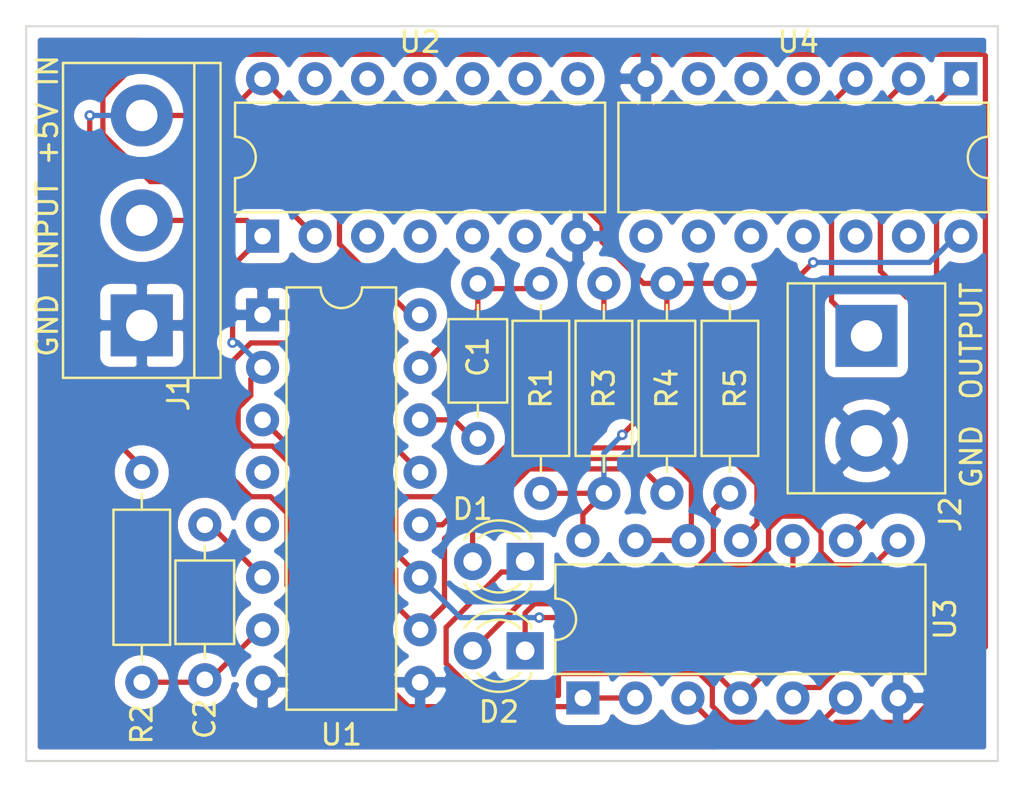
<source format=kicad_pcb>
(kicad_pcb (version 20171130) (host pcbnew "(5.1.8)-1")

  (general
    (thickness 1.6)
    (drawings 9)
    (tracks 174)
    (zones 0)
    (modules 15)
    (nets 19)
  )

  (page A4)
  (title_block
    (title "1.15 - Pulse-Width Discriminator")
    (date 2021-01-04)
    (comment 1 "Kaitlyn Wiseman")
  )

  (layers
    (0 F.Cu signal)
    (31 B.Cu signal)
    (32 B.Adhes user)
    (33 F.Adhes user)
    (34 B.Paste user)
    (35 F.Paste user)
    (36 B.SilkS user)
    (37 F.SilkS user)
    (38 B.Mask user)
    (39 F.Mask user)
    (40 Dwgs.User user)
    (41 Cmts.User user)
    (42 Eco1.User user)
    (43 Eco2.User user)
    (44 Edge.Cuts user)
    (45 Margin user)
    (46 B.CrtYd user)
    (47 F.CrtYd user)
    (48 B.Fab user hide)
    (49 F.Fab user hide)
  )

  (setup
    (last_trace_width 0.254)
    (trace_clearance 0.254)
    (zone_clearance 0.508)
    (zone_45_only no)
    (trace_min 0.254)
    (via_size 0.508)
    (via_drill 0.254)
    (via_min_size 0.508)
    (via_min_drill 0.254)
    (uvia_size 0.508)
    (uvia_drill 0.254)
    (uvias_allowed no)
    (uvia_min_size 0.508)
    (uvia_min_drill 0.254)
    (edge_width 0.05)
    (segment_width 0.2)
    (pcb_text_width 0.3)
    (pcb_text_size 1.5 1.5)
    (mod_edge_width 0.12)
    (mod_text_size 1 1)
    (mod_text_width 0.15)
    (pad_size 1.6 1.6)
    (pad_drill 0.8)
    (pad_to_mask_clearance 0.0508)
    (aux_axis_origin 0 0)
    (visible_elements FFFFFF7F)
    (pcbplotparams
      (layerselection 0x010fc_ffffffff)
      (usegerberextensions false)
      (usegerberattributes true)
      (usegerberadvancedattributes true)
      (creategerberjobfile true)
      (excludeedgelayer true)
      (linewidth 0.100000)
      (plotframeref false)
      (viasonmask false)
      (mode 1)
      (useauxorigin false)
      (hpglpennumber 1)
      (hpglpenspeed 20)
      (hpglpendiameter 15.000000)
      (psnegative false)
      (psa4output false)
      (plotreference true)
      (plotvalue true)
      (plotinvisibletext false)
      (padsonsilk false)
      (subtractmaskfromsilk false)
      (outputformat 1)
      (mirror false)
      (drillshape 1)
      (scaleselection 1)
      (outputdirectory ""))
  )

  (net 0 "")
  (net 1 "Net-(C1-Pad2)")
  (net 2 "Net-(C1-Pad1)")
  (net 3 "Net-(C2-Pad1)")
  (net 4 "Net-(C2-Pad2)")
  (net 5 "Net-(D1-Pad1)")
  (net 6 "Net-(D1-Pad2)")
  (net 7 "Net-(D2-Pad2)")
  (net 8 "Net-(D2-Pad1)")
  (net 9 GND)
  (net 10 "Net-(J1-Pad2)")
  (net 11 +5V)
  (net 12 "Net-(J2-Pad1)")
  (net 13 "Net-(R3-Pad2)")
  (net 14 "Net-(U1-Pad12)")
  (net 15 "Net-(U1-Pad13)")
  (net 16 "Net-(U2-Pad2)")
  (net 17 "Net-(U3-Pad9)")
  (net 18 "Net-(U3-Pad5)")

  (net_class Default "This is the default net class."
    (clearance 0.254)
    (trace_width 0.254)
    (via_dia 0.508)
    (via_drill 0.254)
    (uvia_dia 0.508)
    (uvia_drill 0.254)
    (diff_pair_width 0.254)
    (diff_pair_gap 0.254)
    (add_net +5V)
    (add_net GND)
    (add_net "Net-(C1-Pad1)")
    (add_net "Net-(C1-Pad2)")
    (add_net "Net-(C2-Pad1)")
    (add_net "Net-(C2-Pad2)")
    (add_net "Net-(D1-Pad1)")
    (add_net "Net-(D1-Pad2)")
    (add_net "Net-(D2-Pad1)")
    (add_net "Net-(D2-Pad2)")
    (add_net "Net-(J1-Pad2)")
    (add_net "Net-(J2-Pad1)")
    (add_net "Net-(R3-Pad2)")
    (add_net "Net-(U1-Pad12)")
    (add_net "Net-(U1-Pad13)")
    (add_net "Net-(U1-Pad4)")
    (add_net "Net-(U1-Pad5)")
    (add_net "Net-(U2-Pad2)")
    (add_net "Net-(U3-Pad5)")
    (add_net "Net-(U3-Pad9)")
  )

  (module Capacitor_THT:C_Axial_L3.8mm_D2.6mm_P7.50mm_Horizontal (layer F.Cu) (tedit 5AE50EF0) (tstamp 5FF437D8)
    (at 143.764 91.186 270)
    (descr "C, Axial series, Axial, Horizontal, pin pitch=7.5mm, , length*diameter=3.8*2.6mm^2, http://www.vishay.com/docs/45231/arseries.pdf")
    (tags "C Axial series Axial Horizontal pin pitch 7.5mm  length 3.8mm diameter 2.6mm")
    (path /5FF4D912)
    (fp_text reference C1 (at 3.556 0 90) (layer F.SilkS)
      (effects (font (size 1 1) (thickness 0.15)))
    )
    (fp_text value C (at 3.75 2.42 90) (layer F.Fab)
      (effects (font (size 1 1) (thickness 0.15)))
    )
    (fp_text user %R (at 3.75 0 90) (layer F.Fab)
      (effects (font (size 0.76 0.76) (thickness 0.114)))
    )
    (fp_line (start 1.85 -1.3) (end 1.85 1.3) (layer F.Fab) (width 0.1))
    (fp_line (start 1.85 1.3) (end 5.65 1.3) (layer F.Fab) (width 0.1))
    (fp_line (start 5.65 1.3) (end 5.65 -1.3) (layer F.Fab) (width 0.1))
    (fp_line (start 5.65 -1.3) (end 1.85 -1.3) (layer F.Fab) (width 0.1))
    (fp_line (start 0 0) (end 1.85 0) (layer F.Fab) (width 0.1))
    (fp_line (start 7.5 0) (end 5.65 0) (layer F.Fab) (width 0.1))
    (fp_line (start 1.73 -1.42) (end 1.73 1.42) (layer F.SilkS) (width 0.12))
    (fp_line (start 1.73 1.42) (end 5.77 1.42) (layer F.SilkS) (width 0.12))
    (fp_line (start 5.77 1.42) (end 5.77 -1.42) (layer F.SilkS) (width 0.12))
    (fp_line (start 5.77 -1.42) (end 1.73 -1.42) (layer F.SilkS) (width 0.12))
    (fp_line (start 1.04 0) (end 1.73 0) (layer F.SilkS) (width 0.12))
    (fp_line (start 6.46 0) (end 5.77 0) (layer F.SilkS) (width 0.12))
    (fp_line (start -1.05 -1.55) (end -1.05 1.55) (layer F.CrtYd) (width 0.05))
    (fp_line (start -1.05 1.55) (end 8.55 1.55) (layer F.CrtYd) (width 0.05))
    (fp_line (start 8.55 1.55) (end 8.55 -1.55) (layer F.CrtYd) (width 0.05))
    (fp_line (start 8.55 -1.55) (end -1.05 -1.55) (layer F.CrtYd) (width 0.05))
    (pad 2 thru_hole oval (at 7.5 0 270) (size 1.6 1.6) (drill 0.8) (layers *.Cu *.Mask)
      (net 1 "Net-(C1-Pad2)"))
    (pad 1 thru_hole circle (at 0 0 270) (size 1.6 1.6) (drill 0.8) (layers *.Cu *.Mask)
      (net 2 "Net-(C1-Pad1)"))
    (model ${KISYS3DMOD}/Capacitor_THT.3dshapes/C_Axial_L3.8mm_D2.6mm_P7.50mm_Horizontal.wrl
      (at (xyz 0 0 0))
      (scale (xyz 1 1 1))
      (rotate (xyz 0 0 0))
    )
  )

  (module Capacitor_THT:C_Axial_L3.8mm_D2.6mm_P7.50mm_Horizontal (layer F.Cu) (tedit 5AE50EF0) (tstamp 5FF456C9)
    (at 130.556 110.37 90)
    (descr "C, Axial series, Axial, Horizontal, pin pitch=7.5mm, , length*diameter=3.8*2.6mm^2, http://www.vishay.com/docs/45231/arseries.pdf")
    (tags "C Axial series Axial Horizontal pin pitch 7.5mm  length 3.8mm diameter 2.6mm")
    (path /5FF4CF0D)
    (fp_text reference C2 (at -1.898 0 90) (layer F.SilkS)
      (effects (font (size 1 1) (thickness 0.15)))
    )
    (fp_text value C (at 3.75 2.42 90) (layer F.Fab)
      (effects (font (size 1 1) (thickness 0.15)))
    )
    (fp_line (start 8.55 -1.55) (end -1.05 -1.55) (layer F.CrtYd) (width 0.05))
    (fp_line (start 8.55 1.55) (end 8.55 -1.55) (layer F.CrtYd) (width 0.05))
    (fp_line (start -1.05 1.55) (end 8.55 1.55) (layer F.CrtYd) (width 0.05))
    (fp_line (start -1.05 -1.55) (end -1.05 1.55) (layer F.CrtYd) (width 0.05))
    (fp_line (start 6.46 0) (end 5.77 0) (layer F.SilkS) (width 0.12))
    (fp_line (start 1.04 0) (end 1.73 0) (layer F.SilkS) (width 0.12))
    (fp_line (start 5.77 -1.42) (end 1.73 -1.42) (layer F.SilkS) (width 0.12))
    (fp_line (start 5.77 1.42) (end 5.77 -1.42) (layer F.SilkS) (width 0.12))
    (fp_line (start 1.73 1.42) (end 5.77 1.42) (layer F.SilkS) (width 0.12))
    (fp_line (start 1.73 -1.42) (end 1.73 1.42) (layer F.SilkS) (width 0.12))
    (fp_line (start 7.5 0) (end 5.65 0) (layer F.Fab) (width 0.1))
    (fp_line (start 0 0) (end 1.85 0) (layer F.Fab) (width 0.1))
    (fp_line (start 5.65 -1.3) (end 1.85 -1.3) (layer F.Fab) (width 0.1))
    (fp_line (start 5.65 1.3) (end 5.65 -1.3) (layer F.Fab) (width 0.1))
    (fp_line (start 1.85 1.3) (end 5.65 1.3) (layer F.Fab) (width 0.1))
    (fp_line (start 1.85 -1.3) (end 1.85 1.3) (layer F.Fab) (width 0.1))
    (fp_text user %R (at 3.75 0 90) (layer F.Fab)
      (effects (font (size 0.76 0.76) (thickness 0.114)))
    )
    (pad 1 thru_hole circle (at 0 0 90) (size 1.6 1.6) (drill 0.8) (layers *.Cu *.Mask)
      (net 3 "Net-(C2-Pad1)"))
    (pad 2 thru_hole oval (at 7.5 0 90) (size 1.6 1.6) (drill 0.8) (layers *.Cu *.Mask)
      (net 4 "Net-(C2-Pad2)"))
    (model ${KISYS3DMOD}/Capacitor_THT.3dshapes/C_Axial_L3.8mm_D2.6mm_P7.50mm_Horizontal.wrl
      (at (xyz 0 0 0))
      (scale (xyz 1 1 1))
      (rotate (xyz 0 0 0))
    )
  )

  (module LED_THT:LED_D3.0mm (layer F.Cu) (tedit 587A3A7B) (tstamp 5FF42D27)
    (at 146.05 104.648 180)
    (descr "LED, diameter 3.0mm, 2 pins")
    (tags "LED diameter 3.0mm 2 pins")
    (path /5FF6AB49)
    (fp_text reference D1 (at 2.54 2.54) (layer F.SilkS)
      (effects (font (size 1 1) (thickness 0.15)))
    )
    (fp_text value LED (at 1.27 2.96) (layer F.Fab)
      (effects (font (size 1 1) (thickness 0.15)))
    )
    (fp_line (start 3.7 -2.25) (end -1.15 -2.25) (layer F.CrtYd) (width 0.05))
    (fp_line (start 3.7 2.25) (end 3.7 -2.25) (layer F.CrtYd) (width 0.05))
    (fp_line (start -1.15 2.25) (end 3.7 2.25) (layer F.CrtYd) (width 0.05))
    (fp_line (start -1.15 -2.25) (end -1.15 2.25) (layer F.CrtYd) (width 0.05))
    (fp_line (start -0.29 1.08) (end -0.29 1.236) (layer F.SilkS) (width 0.12))
    (fp_line (start -0.29 -1.236) (end -0.29 -1.08) (layer F.SilkS) (width 0.12))
    (fp_line (start -0.23 -1.16619) (end -0.23 1.16619) (layer F.Fab) (width 0.1))
    (fp_circle (center 1.27 0) (end 2.77 0) (layer F.Fab) (width 0.1))
    (fp_arc (start 1.27 0) (end -0.23 -1.16619) (angle 284.3) (layer F.Fab) (width 0.1))
    (fp_arc (start 1.27 0) (end -0.29 -1.235516) (angle 108.8) (layer F.SilkS) (width 0.12))
    (fp_arc (start 1.27 0) (end -0.29 1.235516) (angle -108.8) (layer F.SilkS) (width 0.12))
    (fp_arc (start 1.27 0) (end 0.229039 -1.08) (angle 87.9) (layer F.SilkS) (width 0.12))
    (fp_arc (start 1.27 0) (end 0.229039 1.08) (angle -87.9) (layer F.SilkS) (width 0.12))
    (pad 1 thru_hole rect (at 0 0 180) (size 1.8 1.8) (drill 0.9) (layers *.Cu *.Mask)
      (net 5 "Net-(D1-Pad1)"))
    (pad 2 thru_hole circle (at 2.54 0 180) (size 1.8 1.8) (drill 0.9) (layers *.Cu *.Mask)
      (net 6 "Net-(D1-Pad2)"))
    (model ${KISYS3DMOD}/LED_THT.3dshapes/LED_D3.0mm.wrl
      (at (xyz 0 0 0))
      (scale (xyz 1 1 1))
      (rotate (xyz 0 0 0))
    )
  )

  (module LED_THT:LED_D3.0mm (layer F.Cu) (tedit 587A3A7B) (tstamp 5FF42D3A)
    (at 146.05 108.966 180)
    (descr "LED, diameter 3.0mm, 2 pins")
    (tags "LED diameter 3.0mm 2 pins")
    (path /5FF7B391)
    (fp_text reference D2 (at 1.27 -2.96) (layer F.SilkS)
      (effects (font (size 1 1) (thickness 0.15)))
    )
    (fp_text value LED (at 1.27 2.96) (layer F.Fab)
      (effects (font (size 1 1) (thickness 0.15)))
    )
    (fp_arc (start 1.27 0) (end 0.229039 1.08) (angle -87.9) (layer F.SilkS) (width 0.12))
    (fp_arc (start 1.27 0) (end 0.229039 -1.08) (angle 87.9) (layer F.SilkS) (width 0.12))
    (fp_arc (start 1.27 0) (end -0.29 1.235516) (angle -108.8) (layer F.SilkS) (width 0.12))
    (fp_arc (start 1.27 0) (end -0.29 -1.235516) (angle 108.8) (layer F.SilkS) (width 0.12))
    (fp_arc (start 1.27 0) (end -0.23 -1.16619) (angle 284.3) (layer F.Fab) (width 0.1))
    (fp_circle (center 1.27 0) (end 2.77 0) (layer F.Fab) (width 0.1))
    (fp_line (start -0.23 -1.16619) (end -0.23 1.16619) (layer F.Fab) (width 0.1))
    (fp_line (start -0.29 -1.236) (end -0.29 -1.08) (layer F.SilkS) (width 0.12))
    (fp_line (start -0.29 1.08) (end -0.29 1.236) (layer F.SilkS) (width 0.12))
    (fp_line (start -1.15 -2.25) (end -1.15 2.25) (layer F.CrtYd) (width 0.05))
    (fp_line (start -1.15 2.25) (end 3.7 2.25) (layer F.CrtYd) (width 0.05))
    (fp_line (start 3.7 2.25) (end 3.7 -2.25) (layer F.CrtYd) (width 0.05))
    (fp_line (start 3.7 -2.25) (end -1.15 -2.25) (layer F.CrtYd) (width 0.05))
    (pad 2 thru_hole circle (at 2.54 0 180) (size 1.8 1.8) (drill 0.9) (layers *.Cu *.Mask)
      (net 7 "Net-(D2-Pad2)"))
    (pad 1 thru_hole rect (at 0 0 180) (size 1.8 1.8) (drill 0.9) (layers *.Cu *.Mask)
      (net 8 "Net-(D2-Pad1)"))
    (model ${KISYS3DMOD}/LED_THT.3dshapes/LED_D3.0mm.wrl
      (at (xyz 0 0 0))
      (scale (xyz 1 1 1))
      (rotate (xyz 0 0 0))
    )
  )

  (module TerminalBlock:TerminalBlock_bornier-3_P5.08mm (layer F.Cu) (tedit 59FF03B9) (tstamp 5FF42D50)
    (at 127.508 93.218 90)
    (descr "simple 3-pin terminal block, pitch 5.08mm, revamped version of bornier3")
    (tags "terminal block bornier3")
    (path /5FF4ACE1)
    (fp_text reference J1 (at -3.302 1.778 90) (layer F.SilkS)
      (effects (font (size 1 1) (thickness 0.15)))
    )
    (fp_text value Screw_Terminal_01x03 (at 5.08 5.08 90) (layer F.Fab)
      (effects (font (size 1 1) (thickness 0.15)))
    )
    (fp_line (start 12.88 4) (end -2.72 4) (layer F.CrtYd) (width 0.05))
    (fp_line (start 12.88 4) (end 12.88 -4) (layer F.CrtYd) (width 0.05))
    (fp_line (start -2.72 -4) (end -2.72 4) (layer F.CrtYd) (width 0.05))
    (fp_line (start -2.72 -4) (end 12.88 -4) (layer F.CrtYd) (width 0.05))
    (fp_line (start -2.54 3.81) (end 12.7 3.81) (layer F.SilkS) (width 0.12))
    (fp_line (start -2.54 -3.81) (end 12.7 -3.81) (layer F.SilkS) (width 0.12))
    (fp_line (start -2.54 2.54) (end 12.7 2.54) (layer F.SilkS) (width 0.12))
    (fp_line (start 12.7 3.81) (end 12.7 -3.81) (layer F.SilkS) (width 0.12))
    (fp_line (start -2.54 3.81) (end -2.54 -3.81) (layer F.SilkS) (width 0.12))
    (fp_line (start -2.47 3.75) (end -2.47 -3.75) (layer F.Fab) (width 0.1))
    (fp_line (start 12.63 3.75) (end -2.47 3.75) (layer F.Fab) (width 0.1))
    (fp_line (start 12.63 -3.75) (end 12.63 3.75) (layer F.Fab) (width 0.1))
    (fp_line (start -2.47 -3.75) (end 12.63 -3.75) (layer F.Fab) (width 0.1))
    (fp_line (start -2.47 2.55) (end 12.63 2.55) (layer F.Fab) (width 0.1))
    (fp_text user %R (at 5.08 0 90) (layer F.Fab)
      (effects (font (size 1 1) (thickness 0.15)))
    )
    (pad 1 thru_hole rect (at 0 0 90) (size 3 3) (drill 1.52) (layers *.Cu *.Mask)
      (net 9 GND))
    (pad 2 thru_hole circle (at 5.08 0 90) (size 3 3) (drill 1.52) (layers *.Cu *.Mask)
      (net 10 "Net-(J1-Pad2)"))
    (pad 3 thru_hole circle (at 10.16 0 90) (size 3 3) (drill 1.52) (layers *.Cu *.Mask)
      (net 11 +5V))
    (model ${KISYS3DMOD}/TerminalBlock.3dshapes/TerminalBlock_bornier-3_P5.08mm.wrl
      (offset (xyz 5.079999923706055 0 0))
      (scale (xyz 1 1 1))
      (rotate (xyz 0 0 0))
    )
  )

  (module TerminalBlock:TerminalBlock_bornier-2_P5.08mm (layer F.Cu) (tedit 59FF03AB) (tstamp 5FF42D65)
    (at 162.56 93.726 270)
    (descr "simple 2-pin terminal block, pitch 5.08mm, revamped version of bornier2")
    (tags "terminal block bornier2")
    (path /5FF82340)
    (fp_text reference J2 (at 8.636 -4.064 90) (layer F.SilkS)
      (effects (font (size 1 1) (thickness 0.15)))
    )
    (fp_text value Screw_Terminal_01x02 (at 2.54 5.08 90) (layer F.Fab)
      (effects (font (size 1 1) (thickness 0.15)))
    )
    (fp_line (start 7.79 4) (end -2.71 4) (layer F.CrtYd) (width 0.05))
    (fp_line (start 7.79 4) (end 7.79 -4) (layer F.CrtYd) (width 0.05))
    (fp_line (start -2.71 -4) (end -2.71 4) (layer F.CrtYd) (width 0.05))
    (fp_line (start -2.71 -4) (end 7.79 -4) (layer F.CrtYd) (width 0.05))
    (fp_line (start -2.54 3.81) (end 7.62 3.81) (layer F.SilkS) (width 0.12))
    (fp_line (start -2.54 -3.81) (end -2.54 3.81) (layer F.SilkS) (width 0.12))
    (fp_line (start 7.62 -3.81) (end -2.54 -3.81) (layer F.SilkS) (width 0.12))
    (fp_line (start 7.62 3.81) (end 7.62 -3.81) (layer F.SilkS) (width 0.12))
    (fp_line (start 7.62 2.54) (end -2.54 2.54) (layer F.SilkS) (width 0.12))
    (fp_line (start 7.54 -3.75) (end -2.46 -3.75) (layer F.Fab) (width 0.1))
    (fp_line (start 7.54 3.75) (end 7.54 -3.75) (layer F.Fab) (width 0.1))
    (fp_line (start -2.46 3.75) (end 7.54 3.75) (layer F.Fab) (width 0.1))
    (fp_line (start -2.46 -3.75) (end -2.46 3.75) (layer F.Fab) (width 0.1))
    (fp_line (start -2.41 2.55) (end 7.49 2.55) (layer F.Fab) (width 0.1))
    (fp_text user %R (at 2.54 0 90) (layer F.Fab)
      (effects (font (size 1 1) (thickness 0.15)))
    )
    (pad 1 thru_hole rect (at 0 0 270) (size 3 3) (drill 1.52) (layers *.Cu *.Mask)
      (net 12 "Net-(J2-Pad1)"))
    (pad 2 thru_hole circle (at 5.08 0 270) (size 3 3) (drill 1.52) (layers *.Cu *.Mask)
      (net 9 GND))
    (model ${KISYS3DMOD}/TerminalBlock.3dshapes/TerminalBlock_bornier-2_P5.08mm.wrl
      (offset (xyz 2.539999961853027 0 0))
      (scale (xyz 1 1 1))
      (rotate (xyz 0 0 0))
    )
  )

  (module Resistor_THT:R_Axial_DIN0207_L6.3mm_D2.5mm_P10.16mm_Horizontal (layer F.Cu) (tedit 5AE5139B) (tstamp 5FF44092)
    (at 146.812 101.346 90)
    (descr "Resistor, Axial_DIN0207 series, Axial, Horizontal, pin pitch=10.16mm, 0.25W = 1/4W, length*diameter=6.3*2.5mm^2, http://cdn-reichelt.de/documents/datenblatt/B400/1_4W%23YAG.pdf")
    (tags "Resistor Axial_DIN0207 series Axial Horizontal pin pitch 10.16mm 0.25W = 1/4W length 6.3mm diameter 2.5mm")
    (path /5FF4EAFC)
    (fp_text reference R1 (at 5.08 0 90) (layer F.SilkS)
      (effects (font (size 1 1) (thickness 0.15)))
    )
    (fp_text value R (at 5.08 2.37 90) (layer F.Fab)
      (effects (font (size 1 1) (thickness 0.15)))
    )
    (fp_text user %R (at 5.08 0 90) (layer F.Fab)
      (effects (font (size 1 1) (thickness 0.15)))
    )
    (fp_line (start 1.93 -1.25) (end 1.93 1.25) (layer F.Fab) (width 0.1))
    (fp_line (start 1.93 1.25) (end 8.23 1.25) (layer F.Fab) (width 0.1))
    (fp_line (start 8.23 1.25) (end 8.23 -1.25) (layer F.Fab) (width 0.1))
    (fp_line (start 8.23 -1.25) (end 1.93 -1.25) (layer F.Fab) (width 0.1))
    (fp_line (start 0 0) (end 1.93 0) (layer F.Fab) (width 0.1))
    (fp_line (start 10.16 0) (end 8.23 0) (layer F.Fab) (width 0.1))
    (fp_line (start 1.81 -1.37) (end 1.81 1.37) (layer F.SilkS) (width 0.12))
    (fp_line (start 1.81 1.37) (end 8.35 1.37) (layer F.SilkS) (width 0.12))
    (fp_line (start 8.35 1.37) (end 8.35 -1.37) (layer F.SilkS) (width 0.12))
    (fp_line (start 8.35 -1.37) (end 1.81 -1.37) (layer F.SilkS) (width 0.12))
    (fp_line (start 1.04 0) (end 1.81 0) (layer F.SilkS) (width 0.12))
    (fp_line (start 9.12 0) (end 8.35 0) (layer F.SilkS) (width 0.12))
    (fp_line (start -1.05 -1.5) (end -1.05 1.5) (layer F.CrtYd) (width 0.05))
    (fp_line (start -1.05 1.5) (end 11.21 1.5) (layer F.CrtYd) (width 0.05))
    (fp_line (start 11.21 1.5) (end 11.21 -1.5) (layer F.CrtYd) (width 0.05))
    (fp_line (start 11.21 -1.5) (end -1.05 -1.5) (layer F.CrtYd) (width 0.05))
    (pad 2 thru_hole oval (at 10.16 0 90) (size 1.6 1.6) (drill 0.8) (layers *.Cu *.Mask)
      (net 2 "Net-(C1-Pad1)"))
    (pad 1 thru_hole circle (at 0 0 90) (size 1.6 1.6) (drill 0.8) (layers *.Cu *.Mask)
      (net 11 +5V))
    (model ${KISYS3DMOD}/Resistor_THT.3dshapes/R_Axial_DIN0207_L6.3mm_D2.5mm_P10.16mm_Horizontal.wrl
      (at (xyz 0 0 0))
      (scale (xyz 1 1 1))
      (rotate (xyz 0 0 0))
    )
  )

  (module Resistor_THT:R_Axial_DIN0207_L6.3mm_D2.5mm_P10.16mm_Horizontal (layer F.Cu) (tedit 5AE5139B) (tstamp 5FF42D93)
    (at 127.508 110.49 90)
    (descr "Resistor, Axial_DIN0207 series, Axial, Horizontal, pin pitch=10.16mm, 0.25W = 1/4W, length*diameter=6.3*2.5mm^2, http://cdn-reichelt.de/documents/datenblatt/B400/1_4W%23YAG.pdf")
    (tags "Resistor Axial_DIN0207 series Axial Horizontal pin pitch 10.16mm 0.25W = 1/4W length 6.3mm diameter 2.5mm")
    (path /5FF4E53D)
    (fp_text reference R2 (at -2.032 0 90) (layer F.SilkS)
      (effects (font (size 1 1) (thickness 0.15)))
    )
    (fp_text value R (at 5.08 2.37 90) (layer F.Fab)
      (effects (font (size 1 1) (thickness 0.15)))
    )
    (fp_line (start 11.21 -1.5) (end -1.05 -1.5) (layer F.CrtYd) (width 0.05))
    (fp_line (start 11.21 1.5) (end 11.21 -1.5) (layer F.CrtYd) (width 0.05))
    (fp_line (start -1.05 1.5) (end 11.21 1.5) (layer F.CrtYd) (width 0.05))
    (fp_line (start -1.05 -1.5) (end -1.05 1.5) (layer F.CrtYd) (width 0.05))
    (fp_line (start 9.12 0) (end 8.35 0) (layer F.SilkS) (width 0.12))
    (fp_line (start 1.04 0) (end 1.81 0) (layer F.SilkS) (width 0.12))
    (fp_line (start 8.35 -1.37) (end 1.81 -1.37) (layer F.SilkS) (width 0.12))
    (fp_line (start 8.35 1.37) (end 8.35 -1.37) (layer F.SilkS) (width 0.12))
    (fp_line (start 1.81 1.37) (end 8.35 1.37) (layer F.SilkS) (width 0.12))
    (fp_line (start 1.81 -1.37) (end 1.81 1.37) (layer F.SilkS) (width 0.12))
    (fp_line (start 10.16 0) (end 8.23 0) (layer F.Fab) (width 0.1))
    (fp_line (start 0 0) (end 1.93 0) (layer F.Fab) (width 0.1))
    (fp_line (start 8.23 -1.25) (end 1.93 -1.25) (layer F.Fab) (width 0.1))
    (fp_line (start 8.23 1.25) (end 8.23 -1.25) (layer F.Fab) (width 0.1))
    (fp_line (start 1.93 1.25) (end 8.23 1.25) (layer F.Fab) (width 0.1))
    (fp_line (start 1.93 -1.25) (end 1.93 1.25) (layer F.Fab) (width 0.1))
    (fp_text user %R (at 5.08 0 90) (layer F.Fab)
      (effects (font (size 1 1) (thickness 0.15)))
    )
    (pad 1 thru_hole circle (at 0 0 90) (size 1.6 1.6) (drill 0.8) (layers *.Cu *.Mask)
      (net 3 "Net-(C2-Pad1)"))
    (pad 2 thru_hole oval (at 10.16 0 90) (size 1.6 1.6) (drill 0.8) (layers *.Cu *.Mask)
      (net 11 +5V))
    (model ${KISYS3DMOD}/Resistor_THT.3dshapes/R_Axial_DIN0207_L6.3mm_D2.5mm_P10.16mm_Horizontal.wrl
      (at (xyz 0 0 0))
      (scale (xyz 1 1 1))
      (rotate (xyz 0 0 0))
    )
  )

  (module Resistor_THT:R_Axial_DIN0207_L6.3mm_D2.5mm_P10.16mm_Horizontal (layer F.Cu) (tedit 5AE5139B) (tstamp 5FF42DAA)
    (at 149.86 101.346 90)
    (descr "Resistor, Axial_DIN0207 series, Axial, Horizontal, pin pitch=10.16mm, 0.25W = 1/4W, length*diameter=6.3*2.5mm^2, http://cdn-reichelt.de/documents/datenblatt/B400/1_4W%23YAG.pdf")
    (tags "Resistor Axial_DIN0207 series Axial Horizontal pin pitch 10.16mm 0.25W = 1/4W length 6.3mm diameter 2.5mm")
    (path /5FF731E2)
    (fp_text reference R3 (at 5.08 0 90) (layer F.SilkS)
      (effects (font (size 1 1) (thickness 0.15)))
    )
    (fp_text value 2.2k (at 5.08 2.37 90) (layer F.Fab)
      (effects (font (size 1 1) (thickness 0.15)))
    )
    (fp_text user %R (at 5.08 0 90) (layer F.Fab)
      (effects (font (size 1 1) (thickness 0.15)))
    )
    (fp_line (start 1.93 -1.25) (end 1.93 1.25) (layer F.Fab) (width 0.1))
    (fp_line (start 1.93 1.25) (end 8.23 1.25) (layer F.Fab) (width 0.1))
    (fp_line (start 8.23 1.25) (end 8.23 -1.25) (layer F.Fab) (width 0.1))
    (fp_line (start 8.23 -1.25) (end 1.93 -1.25) (layer F.Fab) (width 0.1))
    (fp_line (start 0 0) (end 1.93 0) (layer F.Fab) (width 0.1))
    (fp_line (start 10.16 0) (end 8.23 0) (layer F.Fab) (width 0.1))
    (fp_line (start 1.81 -1.37) (end 1.81 1.37) (layer F.SilkS) (width 0.12))
    (fp_line (start 1.81 1.37) (end 8.35 1.37) (layer F.SilkS) (width 0.12))
    (fp_line (start 8.35 1.37) (end 8.35 -1.37) (layer F.SilkS) (width 0.12))
    (fp_line (start 8.35 -1.37) (end 1.81 -1.37) (layer F.SilkS) (width 0.12))
    (fp_line (start 1.04 0) (end 1.81 0) (layer F.SilkS) (width 0.12))
    (fp_line (start 9.12 0) (end 8.35 0) (layer F.SilkS) (width 0.12))
    (fp_line (start -1.05 -1.5) (end -1.05 1.5) (layer F.CrtYd) (width 0.05))
    (fp_line (start -1.05 1.5) (end 11.21 1.5) (layer F.CrtYd) (width 0.05))
    (fp_line (start 11.21 1.5) (end 11.21 -1.5) (layer F.CrtYd) (width 0.05))
    (fp_line (start 11.21 -1.5) (end -1.05 -1.5) (layer F.CrtYd) (width 0.05))
    (pad 2 thru_hole oval (at 10.16 0 90) (size 1.6 1.6) (drill 0.8) (layers *.Cu *.Mask)
      (net 13 "Net-(R3-Pad2)"))
    (pad 1 thru_hole circle (at 0 0 90) (size 1.6 1.6) (drill 0.8) (layers *.Cu *.Mask)
      (net 11 +5V))
    (model ${KISYS3DMOD}/Resistor_THT.3dshapes/R_Axial_DIN0207_L6.3mm_D2.5mm_P10.16mm_Horizontal.wrl
      (at (xyz 0 0 0))
      (scale (xyz 1 1 1))
      (rotate (xyz 0 0 0))
    )
  )

  (module Resistor_THT:R_Axial_DIN0207_L6.3mm_D2.5mm_P10.16mm_Horizontal (layer F.Cu) (tedit 5AE5139B) (tstamp 5FF4450F)
    (at 152.908 91.186 270)
    (descr "Resistor, Axial_DIN0207 series, Axial, Horizontal, pin pitch=10.16mm, 0.25W = 1/4W, length*diameter=6.3*2.5mm^2, http://cdn-reichelt.de/documents/datenblatt/B400/1_4W%23YAG.pdf")
    (tags "Resistor Axial_DIN0207 series Axial Horizontal pin pitch 10.16mm 0.25W = 1/4W length 6.3mm diameter 2.5mm")
    (path /5FF6DE79)
    (fp_text reference R4 (at 5.08 0 90) (layer F.SilkS)
      (effects (font (size 1 1) (thickness 0.15)))
    )
    (fp_text value 390 (at 5.08 2.37 90) (layer F.Fab)
      (effects (font (size 1 1) (thickness 0.15)))
    )
    (fp_line (start 11.21 -1.5) (end -1.05 -1.5) (layer F.CrtYd) (width 0.05))
    (fp_line (start 11.21 1.5) (end 11.21 -1.5) (layer F.CrtYd) (width 0.05))
    (fp_line (start -1.05 1.5) (end 11.21 1.5) (layer F.CrtYd) (width 0.05))
    (fp_line (start -1.05 -1.5) (end -1.05 1.5) (layer F.CrtYd) (width 0.05))
    (fp_line (start 9.12 0) (end 8.35 0) (layer F.SilkS) (width 0.12))
    (fp_line (start 1.04 0) (end 1.81 0) (layer F.SilkS) (width 0.12))
    (fp_line (start 8.35 -1.37) (end 1.81 -1.37) (layer F.SilkS) (width 0.12))
    (fp_line (start 8.35 1.37) (end 8.35 -1.37) (layer F.SilkS) (width 0.12))
    (fp_line (start 1.81 1.37) (end 8.35 1.37) (layer F.SilkS) (width 0.12))
    (fp_line (start 1.81 -1.37) (end 1.81 1.37) (layer F.SilkS) (width 0.12))
    (fp_line (start 10.16 0) (end 8.23 0) (layer F.Fab) (width 0.1))
    (fp_line (start 0 0) (end 1.93 0) (layer F.Fab) (width 0.1))
    (fp_line (start 8.23 -1.25) (end 1.93 -1.25) (layer F.Fab) (width 0.1))
    (fp_line (start 8.23 1.25) (end 8.23 -1.25) (layer F.Fab) (width 0.1))
    (fp_line (start 1.93 1.25) (end 8.23 1.25) (layer F.Fab) (width 0.1))
    (fp_line (start 1.93 -1.25) (end 1.93 1.25) (layer F.Fab) (width 0.1))
    (fp_text user %R (at 5.08 0 90) (layer F.Fab)
      (effects (font (size 1 1) (thickness 0.15)))
    )
    (pad 1 thru_hole circle (at 0 0 270) (size 1.6 1.6) (drill 0.8) (layers *.Cu *.Mask)
      (net 11 +5V))
    (pad 2 thru_hole oval (at 10.16 0 270) (size 1.6 1.6) (drill 0.8) (layers *.Cu *.Mask)
      (net 6 "Net-(D1-Pad2)"))
    (model ${KISYS3DMOD}/Resistor_THT.3dshapes/R_Axial_DIN0207_L6.3mm_D2.5mm_P10.16mm_Horizontal.wrl
      (at (xyz 0 0 0))
      (scale (xyz 1 1 1))
      (rotate (xyz 0 0 0))
    )
  )

  (module Resistor_THT:R_Axial_DIN0207_L6.3mm_D2.5mm_P10.16mm_Horizontal (layer F.Cu) (tedit 5AE5139B) (tstamp 5FF436CA)
    (at 155.956 91.186 270)
    (descr "Resistor, Axial_DIN0207 series, Axial, Horizontal, pin pitch=10.16mm, 0.25W = 1/4W, length*diameter=6.3*2.5mm^2, http://cdn-reichelt.de/documents/datenblatt/B400/1_4W%23YAG.pdf")
    (tags "Resistor Axial_DIN0207 series Axial Horizontal pin pitch 10.16mm 0.25W = 1/4W length 6.3mm diameter 2.5mm")
    (path /5FF7BC73)
    (fp_text reference R5 (at 5.08 -0.254 90) (layer F.SilkS)
      (effects (font (size 1 1) (thickness 0.15)))
    )
    (fp_text value 390 (at 5.08 2.37 90) (layer F.Fab)
      (effects (font (size 1 1) (thickness 0.15)))
    )
    (fp_line (start 11.21 -1.5) (end -1.05 -1.5) (layer F.CrtYd) (width 0.05))
    (fp_line (start 11.21 1.5) (end 11.21 -1.5) (layer F.CrtYd) (width 0.05))
    (fp_line (start -1.05 1.5) (end 11.21 1.5) (layer F.CrtYd) (width 0.05))
    (fp_line (start -1.05 -1.5) (end -1.05 1.5) (layer F.CrtYd) (width 0.05))
    (fp_line (start 9.12 0) (end 8.35 0) (layer F.SilkS) (width 0.12))
    (fp_line (start 1.04 0) (end 1.81 0) (layer F.SilkS) (width 0.12))
    (fp_line (start 8.35 -1.37) (end 1.81 -1.37) (layer F.SilkS) (width 0.12))
    (fp_line (start 8.35 1.37) (end 8.35 -1.37) (layer F.SilkS) (width 0.12))
    (fp_line (start 1.81 1.37) (end 8.35 1.37) (layer F.SilkS) (width 0.12))
    (fp_line (start 1.81 -1.37) (end 1.81 1.37) (layer F.SilkS) (width 0.12))
    (fp_line (start 10.16 0) (end 8.23 0) (layer F.Fab) (width 0.1))
    (fp_line (start 0 0) (end 1.93 0) (layer F.Fab) (width 0.1))
    (fp_line (start 8.23 -1.25) (end 1.93 -1.25) (layer F.Fab) (width 0.1))
    (fp_line (start 8.23 1.25) (end 8.23 -1.25) (layer F.Fab) (width 0.1))
    (fp_line (start 1.93 1.25) (end 8.23 1.25) (layer F.Fab) (width 0.1))
    (fp_line (start 1.93 -1.25) (end 1.93 1.25) (layer F.Fab) (width 0.1))
    (fp_text user %R (at 5.08 0 90) (layer F.Fab)
      (effects (font (size 1 1) (thickness 0.15)))
    )
    (pad 1 thru_hole circle (at 0 0 270) (size 1.6 1.6) (drill 0.8) (layers *.Cu *.Mask)
      (net 11 +5V))
    (pad 2 thru_hole oval (at 10.16 0 270) (size 1.6 1.6) (drill 0.8) (layers *.Cu *.Mask)
      (net 7 "Net-(D2-Pad2)"))
    (model ${KISYS3DMOD}/Resistor_THT.3dshapes/R_Axial_DIN0207_L6.3mm_D2.5mm_P10.16mm_Horizontal.wrl
      (at (xyz 0 0 0))
      (scale (xyz 1 1 1))
      (rotate (xyz 0 0 0))
    )
  )

  (module Package_DIP:DIP-16_W7.62mm (layer F.Cu) (tedit 5A02E8C5) (tstamp 5FF42DFC)
    (at 133.35 92.71)
    (descr "16-lead though-hole mounted DIP package, row spacing 7.62 mm (300 mils)")
    (tags "THT DIP DIL PDIP 2.54mm 7.62mm 300mil")
    (path /5FF4637E)
    (fp_text reference U1 (at 3.81 20.32) (layer F.SilkS)
      (effects (font (size 1 1) (thickness 0.15)))
    )
    (fp_text value SN74221 (at 3.81 20.11) (layer F.Fab)
      (effects (font (size 1 1) (thickness 0.15)))
    )
    (fp_line (start 8.7 -1.55) (end -1.1 -1.55) (layer F.CrtYd) (width 0.05))
    (fp_line (start 8.7 19.3) (end 8.7 -1.55) (layer F.CrtYd) (width 0.05))
    (fp_line (start -1.1 19.3) (end 8.7 19.3) (layer F.CrtYd) (width 0.05))
    (fp_line (start -1.1 -1.55) (end -1.1 19.3) (layer F.CrtYd) (width 0.05))
    (fp_line (start 6.46 -1.33) (end 4.81 -1.33) (layer F.SilkS) (width 0.12))
    (fp_line (start 6.46 19.11) (end 6.46 -1.33) (layer F.SilkS) (width 0.12))
    (fp_line (start 1.16 19.11) (end 6.46 19.11) (layer F.SilkS) (width 0.12))
    (fp_line (start 1.16 -1.33) (end 1.16 19.11) (layer F.SilkS) (width 0.12))
    (fp_line (start 2.81 -1.33) (end 1.16 -1.33) (layer F.SilkS) (width 0.12))
    (fp_line (start 0.635 -0.27) (end 1.635 -1.27) (layer F.Fab) (width 0.1))
    (fp_line (start 0.635 19.05) (end 0.635 -0.27) (layer F.Fab) (width 0.1))
    (fp_line (start 6.985 19.05) (end 0.635 19.05) (layer F.Fab) (width 0.1))
    (fp_line (start 6.985 -1.27) (end 6.985 19.05) (layer F.Fab) (width 0.1))
    (fp_line (start 1.635 -1.27) (end 6.985 -1.27) (layer F.Fab) (width 0.1))
    (fp_arc (start 3.81 -1.33) (end 2.81 -1.33) (angle -180) (layer F.SilkS) (width 0.12))
    (fp_text user %R (at 3.81 8.89) (layer F.Fab)
      (effects (font (size 1 1) (thickness 0.15)))
    )
    (pad 1 thru_hole rect (at 0 0) (size 1.6 1.6) (drill 0.8) (layers *.Cu *.Mask)
      (net 9 GND))
    (pad 9 thru_hole oval (at 7.62 17.78) (size 1.6 1.6) (drill 0.8) (layers *.Cu *.Mask)
      (net 9 GND))
    (pad 2 thru_hole oval (at 0 2.54) (size 1.6 1.6) (drill 0.8) (layers *.Cu *.Mask)
      (net 10 "Net-(J1-Pad2)"))
    (pad 10 thru_hole oval (at 7.62 15.24) (size 1.6 1.6) (drill 0.8) (layers *.Cu *.Mask)
      (net 10 "Net-(J1-Pad2)"))
    (pad 3 thru_hole oval (at 0 5.08) (size 1.6 1.6) (drill 0.8) (layers *.Cu *.Mask)
      (net 13 "Net-(R3-Pad2)"))
    (pad 11 thru_hole oval (at 7.62 12.7) (size 1.6 1.6) (drill 0.8) (layers *.Cu *.Mask)
      (net 13 "Net-(R3-Pad2)"))
    (pad 4 thru_hole oval (at 0 7.62) (size 1.6 1.6) (drill 0.8) (layers *.Cu *.Mask))
    (pad 12 thru_hole oval (at 7.62 10.16) (size 1.6 1.6) (drill 0.8) (layers *.Cu *.Mask)
      (net 14 "Net-(U1-Pad12)"))
    (pad 5 thru_hole oval (at 0 10.16) (size 1.6 1.6) (drill 0.8) (layers *.Cu *.Mask))
    (pad 13 thru_hole oval (at 7.62 7.62) (size 1.6 1.6) (drill 0.8) (layers *.Cu *.Mask)
      (net 15 "Net-(U1-Pad13)"))
    (pad 6 thru_hole oval (at 0 12.7) (size 1.6 1.6) (drill 0.8) (layers *.Cu *.Mask)
      (net 4 "Net-(C2-Pad2)"))
    (pad 14 thru_hole oval (at 7.62 5.08) (size 1.6 1.6) (drill 0.8) (layers *.Cu *.Mask)
      (net 1 "Net-(C1-Pad2)"))
    (pad 7 thru_hole oval (at 0 15.24) (size 1.6 1.6) (drill 0.8) (layers *.Cu *.Mask)
      (net 3 "Net-(C2-Pad1)"))
    (pad 15 thru_hole oval (at 7.62 2.54) (size 1.6 1.6) (drill 0.8) (layers *.Cu *.Mask)
      (net 2 "Net-(C1-Pad1)"))
    (pad 8 thru_hole oval (at 0 17.78) (size 1.6 1.6) (drill 0.8) (layers *.Cu *.Mask)
      (net 9 GND))
    (pad 16 thru_hole oval (at 7.62 0) (size 1.6 1.6) (drill 0.8) (layers *.Cu *.Mask)
      (net 11 +5V))
    (model ${KISYS3DMOD}/Package_DIP.3dshapes/DIP-16_W7.62mm.wrl
      (at (xyz 0 0 0))
      (scale (xyz 1 1 1))
      (rotate (xyz 0 0 0))
    )
  )

  (module Package_DIP:DIP-14_W7.62mm (layer F.Cu) (tedit 5FF37C0C) (tstamp 5FF42E1E)
    (at 133.35 88.9 90)
    (descr "14-lead though-hole mounted DIP package, row spacing 7.62 mm (300 mils)")
    (tags "THT DIP DIL PDIP 2.54mm 7.62mm 300mil")
    (path /5FF611B9)
    (fp_text reference U2 (at 9.398 7.62 180) (layer F.SilkS)
      (effects (font (size 1 1) (thickness 0.15)))
    )
    (fp_text value 7404 (at 3.81 17.57 90) (layer F.Fab)
      (effects (font (size 1 1) (thickness 0.15)))
    )
    (fp_text user %R (at 3.81 7.62 90) (layer F.Fab)
      (effects (font (size 1 1) (thickness 0.15)))
    )
    (fp_arc (start 3.81 -1.33) (end 2.81 -1.33) (angle -180) (layer F.SilkS) (width 0.12))
    (fp_line (start 1.635 -1.27) (end 6.985 -1.27) (layer F.Fab) (width 0.1))
    (fp_line (start 6.985 -1.27) (end 6.985 16.51) (layer F.Fab) (width 0.1))
    (fp_line (start 6.985 16.51) (end 0.635 16.51) (layer F.Fab) (width 0.1))
    (fp_line (start 0.635 16.51) (end 0.635 -0.27) (layer F.Fab) (width 0.1))
    (fp_line (start 0.635 -0.27) (end 1.635 -1.27) (layer F.Fab) (width 0.1))
    (fp_line (start 2.81 -1.33) (end 1.16 -1.33) (layer F.SilkS) (width 0.12))
    (fp_line (start 1.16 -1.33) (end 1.16 16.57) (layer F.SilkS) (width 0.12))
    (fp_line (start 1.16 16.57) (end 6.46 16.57) (layer F.SilkS) (width 0.12))
    (fp_line (start 6.46 16.57) (end 6.46 -1.33) (layer F.SilkS) (width 0.12))
    (fp_line (start 6.46 -1.33) (end 4.81 -1.33) (layer F.SilkS) (width 0.12))
    (fp_line (start -1.1 -1.55) (end -1.1 16.8) (layer F.CrtYd) (width 0.05))
    (fp_line (start -1.1 16.8) (end 8.7 16.8) (layer F.CrtYd) (width 0.05))
    (fp_line (start 8.7 16.8) (end 8.7 -1.55) (layer F.CrtYd) (width 0.05))
    (fp_line (start 8.7 -1.55) (end -1.1 -1.55) (layer F.CrtYd) (width 0.05))
    (pad 14 thru_hole oval (at 7.62 0 90) (size 1.6 1.6) (drill 0.8) (layers *.Cu *.Mask)
      (net 11 +5V))
    (pad 7 thru_hole oval (at 0 15.24 90) (size 1.6 1.6) (drill 0.8) (layers *.Cu *.Mask)
      (net 9 GND))
    (pad 13 thru_hole oval (at 7.62 2.54 90) (size 1.6 1.6) (drill 0.8) (layers *.Cu *.Mask))
    (pad 6 thru_hole oval (at 0 12.7 90) (size 1.6 1.6) (drill 0.8) (layers *.Cu *.Mask))
    (pad 12 thru_hole oval (at 7.62 5.08 90) (size 1.6 1.6) (drill 0.8) (layers *.Cu *.Mask))
    (pad 5 thru_hole oval (at 0 10.16 90) (size 1.6 1.6) (drill 0.8) (layers *.Cu *.Mask))
    (pad 11 thru_hole oval (at 7.62 7.62 90) (size 1.6 1.6) (drill 0.8) (layers *.Cu *.Mask))
    (pad 4 thru_hole oval (at 0 7.62 90) (size 1.6 1.6) (drill 0.8) (layers *.Cu *.Mask))
    (pad 10 thru_hole oval (at 7.62 10.16 90) (size 1.6 1.6) (drill 0.8) (layers *.Cu *.Mask))
    (pad 3 thru_hole oval (at 0 5.08 90) (size 1.6 1.6) (drill 0.8) (layers *.Cu *.Mask))
    (pad 9 thru_hole oval (at 7.62 12.7 90) (size 1.6 1.6) (drill 0.8) (layers *.Cu *.Mask))
    (pad 2 thru_hole oval (at 0 2.54 90) (size 1.6 1.6) (drill 0.8) (layers *.Cu *.Mask)
      (net 16 "Net-(U2-Pad2)"))
    (pad 8 thru_hole oval (at 7.62 15.24 90) (size 1.6 1.6) (drill 0.8) (layers *.Cu *.Mask))
    (pad 1 thru_hole rect (at 0 0 90) (size 1.6 1.6) (drill 0.8) (layers *.Cu *.Mask)
      (net 10 "Net-(J1-Pad2)"))
    (model ${KISYS3DMOD}/Package_DIP.3dshapes/DIP-14_W7.62mm.wrl
      (at (xyz 0 0 0))
      (scale (xyz 1 1 1))
      (rotate (xyz 0 0 0))
    )
  )

  (module Package_DIP:DIP-14_W7.62mm (layer F.Cu) (tedit 5A02E8C5) (tstamp 5FF44DD5)
    (at 148.844 111.252 90)
    (descr "14-lead though-hole mounted DIP package, row spacing 7.62 mm (300 mils)")
    (tags "THT DIP DIL PDIP 2.54mm 7.62mm 300mil")
    (path /5FF55AAA)
    (fp_text reference U3 (at 3.81 17.526 90) (layer F.SilkS)
      (effects (font (size 1 1) (thickness 0.15)))
    )
    (fp_text value SN7474 (at 3.81 17.57 90) (layer F.Fab)
      (effects (font (size 1 1) (thickness 0.15)))
    )
    (fp_line (start 8.7 -1.55) (end -1.1 -1.55) (layer F.CrtYd) (width 0.05))
    (fp_line (start 8.7 16.8) (end 8.7 -1.55) (layer F.CrtYd) (width 0.05))
    (fp_line (start -1.1 16.8) (end 8.7 16.8) (layer F.CrtYd) (width 0.05))
    (fp_line (start -1.1 -1.55) (end -1.1 16.8) (layer F.CrtYd) (width 0.05))
    (fp_line (start 6.46 -1.33) (end 4.81 -1.33) (layer F.SilkS) (width 0.12))
    (fp_line (start 6.46 16.57) (end 6.46 -1.33) (layer F.SilkS) (width 0.12))
    (fp_line (start 1.16 16.57) (end 6.46 16.57) (layer F.SilkS) (width 0.12))
    (fp_line (start 1.16 -1.33) (end 1.16 16.57) (layer F.SilkS) (width 0.12))
    (fp_line (start 2.81 -1.33) (end 1.16 -1.33) (layer F.SilkS) (width 0.12))
    (fp_line (start 0.635 -0.27) (end 1.635 -1.27) (layer F.Fab) (width 0.1))
    (fp_line (start 0.635 16.51) (end 0.635 -0.27) (layer F.Fab) (width 0.1))
    (fp_line (start 6.985 16.51) (end 0.635 16.51) (layer F.Fab) (width 0.1))
    (fp_line (start 6.985 -1.27) (end 6.985 16.51) (layer F.Fab) (width 0.1))
    (fp_line (start 1.635 -1.27) (end 6.985 -1.27) (layer F.Fab) (width 0.1))
    (fp_arc (start 3.81 -1.33) (end 2.81 -1.33) (angle -180) (layer F.SilkS) (width 0.12))
    (fp_text user %R (at 3.81 7.62 90) (layer F.Fab)
      (effects (font (size 1 1) (thickness 0.15)))
    )
    (pad 1 thru_hole rect (at 0 0 90) (size 1.6 1.6) (drill 0.8) (layers *.Cu *.Mask)
      (net 15 "Net-(U1-Pad13)"))
    (pad 8 thru_hole oval (at 7.62 15.24 90) (size 1.6 1.6) (drill 0.8) (layers *.Cu *.Mask)
      (net 8 "Net-(D2-Pad1)"))
    (pad 2 thru_hole oval (at 0 2.54 90) (size 1.6 1.6) (drill 0.8) (layers *.Cu *.Mask)
      (net 15 "Net-(U1-Pad13)"))
    (pad 9 thru_hole oval (at 7.62 12.7 90) (size 1.6 1.6) (drill 0.8) (layers *.Cu *.Mask)
      (net 17 "Net-(U3-Pad9)"))
    (pad 3 thru_hole oval (at 0 5.08 90) (size 1.6 1.6) (drill 0.8) (layers *.Cu *.Mask)
      (net 16 "Net-(U2-Pad2)"))
    (pad 10 thru_hole oval (at 7.62 10.16 90) (size 1.6 1.6) (drill 0.8) (layers *.Cu *.Mask)
      (net 13 "Net-(R3-Pad2)"))
    (pad 4 thru_hole oval (at 0 7.62 90) (size 1.6 1.6) (drill 0.8) (layers *.Cu *.Mask)
      (net 13 "Net-(R3-Pad2)"))
    (pad 11 thru_hole oval (at 7.62 7.62 90) (size 1.6 1.6) (drill 0.8) (layers *.Cu *.Mask)
      (net 14 "Net-(U1-Pad12)"))
    (pad 5 thru_hole oval (at 0 10.16 90) (size 1.6 1.6) (drill 0.8) (layers *.Cu *.Mask)
      (net 18 "Net-(U3-Pad5)"))
    (pad 12 thru_hole oval (at 7.62 5.08 90) (size 1.6 1.6) (drill 0.8) (layers *.Cu *.Mask)
      (net 10 "Net-(J1-Pad2)"))
    (pad 6 thru_hole oval (at 0 12.7 90) (size 1.6 1.6) (drill 0.8) (layers *.Cu *.Mask)
      (net 5 "Net-(D1-Pad1)"))
    (pad 13 thru_hole oval (at 7.62 2.54 90) (size 1.6 1.6) (drill 0.8) (layers *.Cu *.Mask)
      (net 10 "Net-(J1-Pad2)"))
    (pad 7 thru_hole oval (at 0 15.24 90) (size 1.6 1.6) (drill 0.8) (layers *.Cu *.Mask)
      (net 9 GND))
    (pad 14 thru_hole oval (at 7.62 0 90) (size 1.6 1.6) (drill 0.8) (layers *.Cu *.Mask)
      (net 11 +5V))
    (model ${KISYS3DMOD}/Package_DIP.3dshapes/DIP-14_W7.62mm.wrl
      (at (xyz 0 0 0))
      (scale (xyz 1 1 1))
      (rotate (xyz 0 0 0))
    )
  )

  (module Package_DIP:DIP-14_W7.62mm (layer F.Cu) (tedit 5FF37C13) (tstamp 5FF441E5)
    (at 167.132 81.28 270)
    (descr "14-lead though-hole mounted DIP package, row spacing 7.62 mm (300 mils)")
    (tags "THT DIP DIL PDIP 2.54mm 7.62mm 300mil")
    (path /5FF66C8F)
    (fp_text reference U4 (at -1.778 7.874 180) (layer F.SilkS)
      (effects (font (size 1 1) (thickness 0.15)))
    )
    (fp_text value 7432 (at 3.81 17.57 90) (layer F.Fab)
      (effects (font (size 1 1) (thickness 0.15)))
    )
    (fp_line (start 8.7 -1.55) (end -1.1 -1.55) (layer F.CrtYd) (width 0.05))
    (fp_line (start 8.7 16.8) (end 8.7 -1.55) (layer F.CrtYd) (width 0.05))
    (fp_line (start -1.1 16.8) (end 8.7 16.8) (layer F.CrtYd) (width 0.05))
    (fp_line (start -1.1 -1.55) (end -1.1 16.8) (layer F.CrtYd) (width 0.05))
    (fp_line (start 6.46 -1.33) (end 4.81 -1.33) (layer F.SilkS) (width 0.12))
    (fp_line (start 6.46 16.57) (end 6.46 -1.33) (layer F.SilkS) (width 0.12))
    (fp_line (start 1.16 16.57) (end 6.46 16.57) (layer F.SilkS) (width 0.12))
    (fp_line (start 1.16 -1.33) (end 1.16 16.57) (layer F.SilkS) (width 0.12))
    (fp_line (start 2.81 -1.33) (end 1.16 -1.33) (layer F.SilkS) (width 0.12))
    (fp_line (start 0.635 -0.27) (end 1.635 -1.27) (layer F.Fab) (width 0.1))
    (fp_line (start 0.635 16.51) (end 0.635 -0.27) (layer F.Fab) (width 0.1))
    (fp_line (start 6.985 16.51) (end 0.635 16.51) (layer F.Fab) (width 0.1))
    (fp_line (start 6.985 -1.27) (end 6.985 16.51) (layer F.Fab) (width 0.1))
    (fp_line (start 1.635 -1.27) (end 6.985 -1.27) (layer F.Fab) (width 0.1))
    (fp_arc (start 3.81 -1.33) (end 2.81 -1.33) (angle -180) (layer F.SilkS) (width 0.12))
    (fp_text user %R (at 3.81 7.62 90) (layer F.Fab)
      (effects (font (size 1 1) (thickness 0.15)))
    )
    (pad 1 thru_hole rect (at 0 0 270) (size 1.6 1.6) (drill 0.8) (layers *.Cu *.Mask)
      (net 18 "Net-(U3-Pad5)"))
    (pad 8 thru_hole oval (at 7.62 15.24 270) (size 1.6 1.6) (drill 0.8) (layers *.Cu *.Mask))
    (pad 2 thru_hole oval (at 0 2.54 270) (size 1.6 1.6) (drill 0.8) (layers *.Cu *.Mask)
      (net 17 "Net-(U3-Pad9)"))
    (pad 9 thru_hole oval (at 7.62 12.7 270) (size 1.6 1.6) (drill 0.8) (layers *.Cu *.Mask))
    (pad 3 thru_hole oval (at 0 5.08 270) (size 1.6 1.6) (drill 0.8) (layers *.Cu *.Mask)
      (net 12 "Net-(J2-Pad1)"))
    (pad 10 thru_hole oval (at 7.62 10.16 270) (size 1.6 1.6) (drill 0.8) (layers *.Cu *.Mask))
    (pad 4 thru_hole oval (at 0 7.62 270) (size 1.6 1.6) (drill 0.8) (layers *.Cu *.Mask))
    (pad 11 thru_hole oval (at 7.62 7.62 270) (size 1.6 1.6) (drill 0.8) (layers *.Cu *.Mask))
    (pad 5 thru_hole oval (at 0 10.16 270) (size 1.6 1.6) (drill 0.8) (layers *.Cu *.Mask))
    (pad 12 thru_hole oval (at 7.62 5.08 270) (size 1.6 1.6) (drill 0.8) (layers *.Cu *.Mask))
    (pad 6 thru_hole oval (at 0 12.7 270) (size 1.6 1.6) (drill 0.8) (layers *.Cu *.Mask))
    (pad 13 thru_hole oval (at 7.62 2.54 270) (size 1.6 1.6) (drill 0.8) (layers *.Cu *.Mask))
    (pad 7 thru_hole oval (at 0 15.24 270) (size 1.6 1.6) (drill 0.8) (layers *.Cu *.Mask)
      (net 9 GND))
    (pad 14 thru_hole oval (at 7.62 0 270) (size 1.6 1.6) (drill 0.8) (layers *.Cu *.Mask)
      (net 11 +5V))
    (model ${KISYS3DMOD}/Package_DIP.3dshapes/DIP-14_W7.62mm.wrl
      (at (xyz 0 0 0))
      (scale (xyz 1 1 1))
      (rotate (xyz 0 0 0))
    )
  )

  (gr_text "+5V IN" (at 122.936 82.804 90) (layer F.SilkS)
    (effects (font (size 1 1) (thickness 0.15)))
  )
  (gr_text INPUT (at 122.936 88.392 90) (layer F.SilkS)
    (effects (font (size 1 1) (thickness 0.15)))
  )
  (gr_text GND (at 122.936 93.218 90) (layer F.SilkS)
    (effects (font (size 1 1) (thickness 0.15)))
  )
  (gr_text GND (at 167.64 99.568 90) (layer F.SilkS)
    (effects (font (size 1 1) (thickness 0.15)))
  )
  (gr_text OUTPUT (at 167.64 93.98 90) (layer F.SilkS)
    (effects (font (size 1 1) (thickness 0.15)))
  )
  (gr_line (start 168.91 78.74) (end 168.91 114.3) (layer Edge.Cuts) (width 0.1))
  (gr_line (start 121.92 78.74) (end 168.91 78.74) (layer Edge.Cuts) (width 0.1))
  (gr_line (start 121.92 114.3) (end 121.92 78.74) (layer Edge.Cuts) (width 0.1))
  (gr_line (start 168.91 114.3) (end 121.92 114.3) (layer Edge.Cuts) (width 0.1))

  (segment (start 142.614 97.79) (end 143.764 98.94) (width 0.254) (layer F.Cu) (net 1))
  (segment (start 140.97 97.79) (end 142.614 97.79) (width 0.254) (layer F.Cu) (net 1))
  (segment (start 146.558 91.44) (end 146.812 91.186) (width 0.254) (layer F.Cu) (net 2))
  (segment (start 143.764 91.44) (end 146.558 91.44) (width 0.254) (layer F.Cu) (net 2))
  (segment (start 143.764 92.456) (end 140.97 95.25) (width 0.254) (layer F.Cu) (net 2))
  (segment (start 143.764 91.44) (end 143.764 92.456) (width 0.254) (layer F.Cu) (net 2))
  (segment (start 127.12 110.37) (end 127 110.49) (width 0.254) (layer F.Cu) (net 3))
  (segment (start 130.69 110.49) (end 130.81 110.37) (width 0.254) (layer F.Cu) (net 3))
  (segment (start 127.762 110.49) (end 130.69 110.49) (width 0.254) (layer F.Cu) (net 3))
  (segment (start 133.23 107.95) (end 133.35 107.95) (width 0.254) (layer F.Cu) (net 3))
  (segment (start 130.81 110.37) (end 133.23 107.95) (width 0.254) (layer F.Cu) (net 3))
  (segment (start 133.35 105.41) (end 130.81 102.87) (width 0.254) (layer F.Cu) (net 4))
  (segment (start 155.105001 110.685119) (end 154.490881 110.070999) (width 0.254) (layer F.Cu) (net 5))
  (segment (start 155.105001 111.640883) (end 155.105001 110.685119) (width 0.254) (layer F.Cu) (net 5))
  (segment (start 155.897119 112.433001) (end 155.105001 111.640883) (width 0.254) (layer F.Cu) (net 5))
  (segment (start 160.362999 112.433001) (end 155.897119 112.433001) (width 0.254) (layer F.Cu) (net 5))
  (segment (start 161.544 111.252) (end 160.362999 112.433001) (width 0.254) (layer F.Cu) (net 5))
  (segment (start 147.739199 110.070999) (end 147.662999 110.147199) (width 0.254) (layer F.Cu) (net 5))
  (segment (start 154.490881 110.070999) (end 147.739199 110.070999) (width 0.254) (layer F.Cu) (net 5))
  (segment (start 147.662999 110.147199) (end 147.662999 111.125) (width 0.254) (layer F.Cu) (net 5))
  (segment (start 145.542 105.156) (end 146.05 104.648) (width 0.254) (layer F.Cu) (net 5))
  (segment (start 144.907 105.156) (end 145.542 105.156) (width 0.254) (layer F.Cu) (net 5))
  (segment (start 142.228999 109.580881) (end 142.228999 107.834001) (width 0.254) (layer F.Cu) (net 5))
  (segment (start 143.773118 111.125) (end 142.228999 109.580881) (width 0.254) (layer F.Cu) (net 5))
  (segment (start 142.228999 107.834001) (end 144.907 105.156) (width 0.254) (layer F.Cu) (net 5))
  (segment (start 147.662999 111.125) (end 143.773118 111.125) (width 0.254) (layer F.Cu) (net 5))
  (segment (start 151.726999 100.164999) (end 152.908 101.346) (width 0.254) (layer F.Cu) (net 6))
  (segment (start 146.245119 100.164999) (end 151.726999 100.164999) (width 0.254) (layer F.Cu) (net 6))
  (segment (start 143.51 102.900118) (end 146.245119 100.164999) (width 0.254) (layer F.Cu) (net 6))
  (segment (start 143.51 104.902) (end 143.51 102.900118) (width 0.254) (layer F.Cu) (net 6))
  (segment (start 155.156001 102.145999) (end 155.956 101.346) (width 0.254) (layer F.Cu) (net 7))
  (segment (start 155.156001 104.147881) (end 155.156001 102.145999) (width 0.254) (layer F.Cu) (net 7))
  (segment (start 153.120881 106.183001) (end 155.156001 104.147881) (width 0.254) (layer F.Cu) (net 7))
  (segment (start 146.292999 106.183001) (end 143.51 108.966) (width 0.254) (layer F.Cu) (net 7))
  (segment (start 146.927999 106.183001) (end 146.292999 106.183001) (width 0.254) (layer F.Cu) (net 7))
  (segment (start 146.800999 106.183001) (end 146.927999 106.183001) (width 0.254) (layer F.Cu) (net 7))
  (segment (start 146.927999 106.183001) (end 153.120881 106.183001) (width 0.254) (layer F.Cu) (net 7))
  (segment (start 162.902999 104.813001) (end 164.084 103.632) (width 0.254) (layer F.Cu) (net 8))
  (segment (start 146.05 108.966) (end 146.05 107.144434) (width 0.254) (layer F.Cu) (net 8))
  (segment (start 146.05 107.144434) (end 146.503423 106.691011) (width 0.254) (layer F.Cu) (net 8))
  (segment (start 157.822999 104.020883) (end 157.822999 103.065119) (width 0.254) (layer F.Cu) (net 8))
  (segment (start 146.503423 106.691011) (end 153.331306 106.69101) (width 0.254) (layer F.Cu) (net 8))
  (segment (start 157.030881 104.813001) (end 157.822999 104.020883) (width 0.254) (layer F.Cu) (net 8))
  (segment (start 160.362999 104.198881) (end 160.977119 104.813001) (width 0.254) (layer F.Cu) (net 8))
  (segment (start 155.209315 104.813001) (end 157.030881 104.813001) (width 0.254) (layer F.Cu) (net 8))
  (segment (start 160.362999 103.243117) (end 160.362999 104.198881) (width 0.254) (layer F.Cu) (net 8))
  (segment (start 153.331306 106.69101) (end 155.209315 104.813001) (width 0.254) (layer F.Cu) (net 8))
  (segment (start 157.822999 103.065119) (end 158.437119 102.450999) (width 0.254) (layer F.Cu) (net 8))
  (segment (start 158.437119 102.450999) (end 159.570881 102.450999) (width 0.254) (layer F.Cu) (net 8))
  (segment (start 159.570881 102.450999) (end 160.362999 103.243117) (width 0.254) (layer F.Cu) (net 8))
  (segment (start 160.977119 104.813001) (end 162.902999 104.813001) (width 0.254) (layer F.Cu) (net 8))
  (segment (start 139.788999 106.768999) (end 140.97 107.95) (width 0.254) (layer F.Cu) (net 10))
  (segment (start 139.788999 105.021117) (end 139.788999 106.768999) (width 0.254) (layer F.Cu) (net 10))
  (segment (start 133.827882 99.06) (end 139.788999 105.021117) (width 0.254) (layer F.Cu) (net 10))
  (segment (start 132.872118 99.06) (end 133.827882 99.06) (width 0.254) (layer F.Cu) (net 10))
  (segment (start 132.168999 98.356881) (end 132.872118 99.06) (width 0.254) (layer F.Cu) (net 10))
  (segment (start 132.168999 97.223119) (end 132.168999 98.356881) (width 0.254) (layer F.Cu) (net 10))
  (segment (start 132.783119 96.608999) (end 132.168999 97.223119) (width 0.254) (layer F.Cu) (net 10))
  (segment (start 132.783119 95.816881) (end 132.783119 96.608999) (width 0.254) (layer F.Cu) (net 10))
  (segment (start 133.35 95.25) (end 132.783119 95.816881) (width 0.254) (layer F.Cu) (net 10))
  (segment (start 154.089001 103.466999) (end 153.924 103.632) (width 0.254) (layer F.Cu) (net 10))
  (segment (start 146.034695 99.656989) (end 152.966871 99.656989) (width 0.254) (layer F.Cu) (net 10))
  (segment (start 142.151001 103.540683) (end 146.034695 99.656989) (width 0.254) (layer F.Cu) (net 10))
  (segment (start 152.966871 99.656989) (end 154.089001 100.779119) (width 0.254) (layer F.Cu) (net 10))
  (segment (start 142.151001 106.768999) (end 142.151001 103.540683) (width 0.254) (layer F.Cu) (net 10))
  (segment (start 154.089001 100.779119) (end 154.089001 103.466999) (width 0.254) (layer F.Cu) (net 10))
  (segment (start 140.97 107.95) (end 142.151001 106.768999) (width 0.254) (layer F.Cu) (net 10))
  (segment (start 151.384 103.632) (end 153.924 103.632) (width 0.254) (layer F.Cu) (net 10))
  (segment (start 132.588 88.138) (end 133.35 88.9) (width 0.254) (layer F.Cu) (net 10))
  (segment (start 127.762 88.138) (end 132.588 88.138) (width 0.254) (layer F.Cu) (net 10))
  (via (at 131.900046 94.054046) (size 0.508) (drill 0.254) (layers F.Cu B.Cu) (net 10))
  (segment (start 131.900046 90.349954) (end 131.900046 94.054046) (width 0.254) (layer F.Cu) (net 10))
  (segment (start 133.35 88.9) (end 131.900046 90.349954) (width 0.254) (layer F.Cu) (net 10))
  (segment (start 132.154046 94.054046) (end 133.35 95.25) (width 0.254) (layer B.Cu) (net 10))
  (segment (start 131.900046 94.054046) (end 132.154046 94.054046) (width 0.254) (layer B.Cu) (net 10))
  (segment (start 131.572 83.058) (end 133.35 81.28) (width 0.254) (layer F.Cu) (net 11))
  (segment (start 127.762 83.058) (end 131.572 83.058) (width 0.254) (layer F.Cu) (net 11))
  (segment (start 137.071001 89.288883) (end 140.492118 92.71) (width 0.254) (layer F.Cu) (net 11))
  (segment (start 140.492118 92.71) (end 140.97 92.71) (width 0.254) (layer F.Cu) (net 11))
  (segment (start 137.071001 85.001001) (end 137.071001 89.288883) (width 0.254) (layer F.Cu) (net 11))
  (segment (start 133.35 81.28) (end 137.071001 85.001001) (width 0.254) (layer F.Cu) (net 11))
  (segment (start 152.908 91.186) (end 155.956 91.186) (width 0.254) (layer F.Cu) (net 11))
  (segment (start 158.965999 91.186) (end 159.981999 90.17) (width 0.254) (layer F.Cu) (net 11))
  (via (at 159.981999 90.17) (size 0.508) (drill 0.254) (layers F.Cu B.Cu) (net 11))
  (segment (start 155.956 91.186) (end 158.965999 91.186) (width 0.254) (layer F.Cu) (net 11))
  (segment (start 165.608 90.17) (end 166.878 88.9) (width 0.254) (layer B.Cu) (net 11))
  (segment (start 159.981999 90.17) (end 165.608 90.17) (width 0.254) (layer B.Cu) (net 11))
  (segment (start 146.438883 85.001001) (end 137.071001 85.001001) (width 0.254) (layer F.Cu) (net 11))
  (segment (start 149.771001 88.333119) (end 146.438883 85.001001) (width 0.254) (layer F.Cu) (net 11))
  (segment (start 149.771001 89.180371) (end 149.771001 88.333119) (width 0.254) (layer F.Cu) (net 11))
  (segment (start 151.77663 91.186) (end 149.771001 89.180371) (width 0.254) (layer F.Cu) (net 11))
  (segment (start 152.908 91.186) (end 151.77663 91.186) (width 0.254) (layer F.Cu) (net 11))
  (via (at 150.749 98.51398) (size 0.508) (drill 0.254) (layers F.Cu B.Cu) (net 11))
  (segment (start 152.908 96.35498) (end 150.749 98.51398) (width 0.254) (layer F.Cu) (net 11))
  (segment (start 152.908 91.186) (end 152.908 96.35498) (width 0.254) (layer F.Cu) (net 11))
  (segment (start 149.86 99.40298) (end 149.86 101.346) (width 0.254) (layer B.Cu) (net 11))
  (segment (start 150.749 98.51398) (end 149.86 99.40298) (width 0.254) (layer B.Cu) (net 11))
  (segment (start 149.86 101.346) (end 146.812 101.346) (width 0.254) (layer F.Cu) (net 11))
  (segment (start 148.844 102.362) (end 149.86 101.346) (width 0.254) (layer F.Cu) (net 11))
  (segment (start 148.844 103.632) (end 148.844 102.362) (width 0.254) (layer F.Cu) (net 11))
  (segment (start 127.762 100.33) (end 125.245999 97.813999) (width 0.254) (layer F.Cu) (net 11))
  (segment (start 127.635 82.931) (end 127.762 83.058) (width 0.254) (layer B.Cu) (net 11))
  (via (at 124.991999 83.058) (size 0.508) (drill 0.254) (layers F.Cu B.Cu) (net 11))
  (segment (start 124.991999 97.559999) (end 124.991999 83.058) (width 0.254) (layer F.Cu) (net 11))
  (segment (start 125.245999 97.813999) (end 124.991999 97.559999) (width 0.254) (layer F.Cu) (net 11))
  (segment (start 124.991999 83.058) (end 127.508 83.058) (width 0.254) (layer B.Cu) (net 11))
  (segment (start 160.870999 92.036999) (end 162.56 93.726) (width 0.254) (layer F.Cu) (net 12))
  (segment (start 160.870999 82.461001) (end 160.870999 92.036999) (width 0.254) (layer F.Cu) (net 12))
  (segment (start 162.052 81.28) (end 160.870999 82.461001) (width 0.254) (layer F.Cu) (net 12))
  (segment (start 133.35 97.79) (end 134.149999 98.589999) (width 0.254) (layer F.Cu) (net 13))
  (segment (start 159.004 108.712) (end 156.464 111.252) (width 0.254) (layer F.Cu) (net 13))
  (segment (start 159.004 103.632) (end 159.004 108.712) (width 0.254) (layer F.Cu) (net 13))
  (segment (start 156.464 111.252) (end 154.686 109.474) (width 0.254) (layer F.Cu) (net 13))
  (via (at 146.73123 107.36123) (size 0.508) (drill 0.254) (layers F.Cu B.Cu) (net 13))
  (segment (start 152.57323 107.36123) (end 146.73123 107.36123) (width 0.254) (layer F.Cu) (net 13))
  (segment (start 154.686 109.474) (end 152.57323 107.36123) (width 0.254) (layer F.Cu) (net 13))
  (segment (start 142.92123 107.36123) (end 140.97 105.41) (width 0.254) (layer B.Cu) (net 13))
  (segment (start 146.73123 107.36123) (end 142.92123 107.36123) (width 0.254) (layer B.Cu) (net 13))
  (segment (start 137.071001 101.511001) (end 133.35 97.79) (width 0.254) (layer F.Cu) (net 13))
  (segment (start 149.86 94.337882) (end 142.686881 101.511001) (width 0.254) (layer F.Cu) (net 13))
  (segment (start 149.86 91.186) (end 149.86 94.337882) (width 0.254) (layer F.Cu) (net 13))
  (segment (start 139.788999 101.638001) (end 139.915999 101.511001) (width 0.254) (layer F.Cu) (net 13))
  (segment (start 139.788999 104.228999) (end 139.788999 101.638001) (width 0.254) (layer F.Cu) (net 13))
  (segment (start 140.97 105.41) (end 139.788999 104.228999) (width 0.254) (layer F.Cu) (net 13))
  (segment (start 139.915999 101.511001) (end 137.071001 101.511001) (width 0.254) (layer F.Cu) (net 13))
  (segment (start 142.686881 101.511001) (end 139.915999 101.511001) (width 0.254) (layer F.Cu) (net 13))
  (segment (start 142.046316 102.87) (end 140.97 102.87) (width 0.254) (layer F.Cu) (net 14))
  (segment (start 145.767336 99.14898) (end 142.046316 102.87) (width 0.254) (layer F.Cu) (net 14))
  (segment (start 155.506862 99.14898) (end 145.767336 99.14898) (width 0.254) (layer F.Cu) (net 14))
  (segment (start 157.263999 100.906117) (end 155.506862 99.14898) (width 0.254) (layer F.Cu) (net 14))
  (segment (start 157.263999 102.832001) (end 157.263999 100.906117) (width 0.254) (layer F.Cu) (net 14))
  (segment (start 156.464 103.632) (end 157.263999 102.832001) (width 0.254) (layer F.Cu) (net 14))
  (segment (start 151.384 111.252) (end 148.844 111.252) (width 0.254) (layer F.Cu) (net 15))
  (segment (start 132.783119 94.068999) (end 134.708999 94.068999) (width 0.254) (layer F.Cu) (net 15))
  (segment (start 131.660989 95.191129) (end 132.783119 94.068999) (width 0.254) (layer F.Cu) (net 15))
  (segment (start 132.783119 101.511001) (end 131.660989 100.388871) (width 0.254) (layer F.Cu) (net 15))
  (segment (start 133.738883 101.511001) (end 132.783119 101.511001) (width 0.254) (layer F.Cu) (net 15))
  (segment (start 134.531001 102.303119) (end 133.738883 101.511001) (width 0.254) (layer F.Cu) (net 15))
  (segment (start 134.531001 105.798883) (end 134.531001 102.303119) (width 0.254) (layer F.Cu) (net 15))
  (segment (start 140.403119 111.671001) (end 134.531001 105.798883) (width 0.254) (layer F.Cu) (net 15))
  (segment (start 134.708999 94.068999) (end 140.97 100.33) (width 0.254) (layer F.Cu) (net 15))
  (segment (start 148.424999 111.671001) (end 140.403119 111.671001) (width 0.254) (layer F.Cu) (net 15))
  (segment (start 131.660989 100.388871) (end 131.660989 95.191129) (width 0.254) (layer F.Cu) (net 15))
  (segment (start 148.844 111.252) (end 148.424999 111.671001) (width 0.254) (layer F.Cu) (net 15))
  (segment (start 135.89 88.9) (end 133.246999 86.256999) (width 0.254) (layer F.Cu) (net 16))
  (segment (start 133.246999 86.256999) (end 127.923117 86.256999) (width 0.254) (layer F.Cu) (net 16))
  (segment (start 127.923117 86.256999) (end 125.626999 83.960881) (width 0.254) (layer F.Cu) (net 16))
  (segment (start 125.626999 83.960881) (end 125.626999 82.155119) (width 0.254) (layer F.Cu) (net 16))
  (segment (start 125.626999 82.155119) (end 127.683119 80.098999) (width 0.254) (layer F.Cu) (net 16))
  (segment (start 127.683119 80.098999) (end 167.982801 80.098999) (width 0.254) (layer F.Cu) (net 16))
  (segment (start 155.105001 112.433001) (end 153.924 111.252) (width 0.254) (layer F.Cu) (net 16))
  (segment (start 160.573423 112.941011) (end 155.613011 112.941011) (width 0.254) (layer F.Cu) (net 16))
  (segment (start 161.081433 112.433001) (end 160.573423 112.941011) (width 0.254) (layer F.Cu) (net 16))
  (segment (start 168.313001 108.770881) (end 164.650881 112.433001) (width 0.254) (layer F.Cu) (net 16))
  (segment (start 155.613011 112.941011) (end 155.105001 112.433001) (width 0.254) (layer F.Cu) (net 16))
  (segment (start 164.650881 112.433001) (end 161.081433 112.433001) (width 0.254) (layer F.Cu) (net 16))
  (segment (start 168.313001 80.175001) (end 168.313001 108.770881) (width 0.254) (layer F.Cu) (net 16))
  (segment (start 168.236999 80.098999) (end 168.313001 80.175001) (width 0.254) (layer F.Cu) (net 16))
  (segment (start 167.982801 80.098999) (end 168.236999 80.098999) (width 0.254) (layer F.Cu) (net 16))
  (segment (start 165.634801 91.844999) (end 164.488999 91.844999) (width 0.254) (layer F.Cu) (net 17))
  (segment (start 165.711001 91.921199) (end 165.634801 91.844999) (width 0.254) (layer F.Cu) (net 17))
  (segment (start 165.711001 100.33) (end 165.711001 91.921199) (width 0.254) (layer F.Cu) (net 17))
  (segment (start 164.846 100.33) (end 165.711001 100.33) (width 0.254) (layer F.Cu) (net 17))
  (segment (start 161.544 103.632) (end 164.846 100.33) (width 0.254) (layer F.Cu) (net 17))
  (segment (start 163.233001 90.589001) (end 164.488999 91.844999) (width 0.254) (layer F.Cu) (net 17))
  (segment (start 163.233001 82.638999) (end 163.233001 90.589001) (width 0.254) (layer F.Cu) (net 17))
  (segment (start 164.592 81.28) (end 163.233001 82.638999) (width 0.254) (layer F.Cu) (net 17))
  (segment (start 160.304118 110.744) (end 159.512 110.744) (width 0.254) (layer F.Cu) (net 18))
  (segment (start 166.219011 104.829107) (end 160.304118 110.744) (width 0.254) (layer F.Cu) (net 18))
  (segment (start 166.219011 91.710775) (end 166.219011 104.829107) (width 0.254) (layer F.Cu) (net 18))
  (segment (start 159.512 110.744) (end 159.004 111.252) (width 0.254) (layer F.Cu) (net 18))
  (segment (start 165.950999 91.442763) (end 166.219011 91.710775) (width 0.254) (layer F.Cu) (net 18))
  (segment (start 165.950999 82.461001) (end 165.950999 91.442763) (width 0.254) (layer F.Cu) (net 18))
  (segment (start 167.132 81.28) (end 165.950999 82.461001) (width 0.254) (layer F.Cu) (net 18))

  (zone (net 9) (net_name GND) (layer F.Cu) (tstamp 0) (hatch edge 0.508)
    (connect_pads (clearance 0.508))
    (min_thickness 0.254)
    (fill yes (arc_segments 32) (thermal_gap 0.508) (thermal_bridge_width 0.508))
    (polygon
      (pts
        (xy 170.18 115.57) (xy 120.65 115.57) (xy 120.65 77.47) (xy 170.18 77.47)
      )
    )
    (filled_polygon
      (pts
        (xy 127.257726 79.462354) (xy 127.175023 79.530227) (xy 127.141697 79.557577) (xy 127.11784 79.586647) (xy 125.114648 81.58984)
        (xy 125.085578 81.613697) (xy 125.061721 81.642767) (xy 125.06172 81.642768) (xy 124.990354 81.729727) (xy 124.919598 81.862104)
        (xy 124.876026 82.005741) (xy 124.861313 82.155119) (xy 124.863483 82.177147) (xy 124.732687 82.203164) (xy 124.5709 82.270179)
        (xy 124.425295 82.367469) (xy 124.301468 82.491296) (xy 124.204178 82.636901) (xy 124.137163 82.798688) (xy 124.102999 82.970441)
        (xy 124.102999 83.145559) (xy 124.137163 83.317312) (xy 124.204178 83.479099) (xy 124.23 83.517744) (xy 124.229999 97.522576)
        (xy 124.226313 97.559999) (xy 124.229999 97.597422) (xy 124.229999 97.597424) (xy 124.241025 97.709376) (xy 124.284597 97.853013)
        (xy 124.317534 97.914634) (xy 124.355354 97.985391) (xy 124.372492 98.006273) (xy 124.450577 98.101421) (xy 124.479653 98.125283)
        (xy 124.68072 98.32635) (xy 126.168463 99.814094) (xy 126.128147 99.911426) (xy 126.073 100.188665) (xy 126.073 100.471335)
        (xy 126.128147 100.748574) (xy 126.23632 101.009727) (xy 126.393363 101.244759) (xy 126.593241 101.444637) (xy 126.828273 101.60168)
        (xy 127.089426 101.709853) (xy 127.366665 101.765) (xy 127.649335 101.765) (xy 127.926574 101.709853) (xy 128.187727 101.60168)
        (xy 128.422759 101.444637) (xy 128.622637 101.244759) (xy 128.77968 101.009727) (xy 128.887853 100.748574) (xy 128.943 100.471335)
        (xy 128.943 100.188665) (xy 128.887853 99.911426) (xy 128.77968 99.650273) (xy 128.622637 99.415241) (xy 128.422759 99.215363)
        (xy 128.187727 99.05832) (xy 127.926574 98.950147) (xy 127.649335 98.895) (xy 127.404631 98.895) (xy 125.75835 97.24872)
        (xy 125.753999 97.244369) (xy 125.753999 95.302252) (xy 125.76382 95.307502) (xy 125.883518 95.343812) (xy 126.008 95.356072)
        (xy 127.22225 95.353) (xy 127.381 95.19425) (xy 127.381 93.345) (xy 127.635 93.345) (xy 127.635 95.19425)
        (xy 127.79375 95.353) (xy 129.008 95.356072) (xy 129.132482 95.343812) (xy 129.25218 95.307502) (xy 129.362494 95.248537)
        (xy 129.459185 95.169185) (xy 129.538537 95.072494) (xy 129.597502 94.96218) (xy 129.633812 94.842482) (xy 129.646072 94.718)
        (xy 129.643 93.50375) (xy 129.48425 93.345) (xy 127.635 93.345) (xy 127.381 93.345) (xy 127.361 93.345)
        (xy 127.361 93.091) (xy 127.381 93.091) (xy 127.381 91.24175) (xy 127.635 91.24175) (xy 127.635 93.091)
        (xy 129.48425 93.091) (xy 129.643 92.93225) (xy 129.646072 91.718) (xy 129.633812 91.593518) (xy 129.597502 91.47382)
        (xy 129.538537 91.363506) (xy 129.459185 91.266815) (xy 129.362494 91.187463) (xy 129.25218 91.128498) (xy 129.132482 91.092188)
        (xy 129.008 91.079928) (xy 127.79375 91.083) (xy 127.635 91.24175) (xy 127.381 91.24175) (xy 127.22225 91.083)
        (xy 126.008 91.079928) (xy 125.883518 91.092188) (xy 125.76382 91.128498) (xy 125.753999 91.133748) (xy 125.753999 89.35585)
        (xy 125.849637 89.498983) (xy 126.147017 89.796363) (xy 126.496698 90.030012) (xy 126.885244 90.190953) (xy 127.297721 90.273)
        (xy 127.718279 90.273) (xy 128.130756 90.190953) (xy 128.519302 90.030012) (xy 128.868983 89.796363) (xy 129.166363 89.498983)
        (xy 129.400012 89.149302) (xy 129.503276 88.9) (xy 131.911928 88.9) (xy 131.911928 89.260442) (xy 131.3877 89.78467)
        (xy 131.358624 89.808532) (xy 131.334418 89.838028) (xy 131.263401 89.924562) (xy 131.225581 89.995319) (xy 131.192644 90.05694)
        (xy 131.149072 90.200577) (xy 131.138046 90.312528) (xy 131.13436 90.349954) (xy 131.138046 90.387377) (xy 131.138047 93.594302)
        (xy 131.112225 93.632947) (xy 131.04521 93.794734) (xy 131.011046 93.966487) (xy 131.011046 94.141605) (xy 131.04521 94.313358)
        (xy 131.112225 94.475145) (xy 131.187174 94.587314) (xy 131.148638 94.62585) (xy 131.119568 94.649707) (xy 131.095711 94.678777)
        (xy 131.09571 94.678778) (xy 131.024344 94.765737) (xy 130.953588 94.898114) (xy 130.910016 95.041751) (xy 130.895303 95.191129)
        (xy 130.89899 95.228562) (xy 130.898989 100.351448) (xy 130.895303 100.388871) (xy 130.898989 100.426294) (xy 130.898989 100.426296)
        (xy 130.910015 100.538248) (xy 130.953587 100.681885) (xy 130.953588 100.681886) (xy 131.024344 100.814263) (xy 131.063972 100.862549)
        (xy 131.119567 100.930293) (xy 131.148643 100.954155) (xy 132.201063 102.006575) (xy 132.07832 102.190273) (xy 131.970147 102.451426)
        (xy 131.953 102.537629) (xy 131.935853 102.451426) (xy 131.82768 102.190273) (xy 131.670637 101.955241) (xy 131.470759 101.755363)
        (xy 131.235727 101.59832) (xy 130.974574 101.490147) (xy 130.697335 101.435) (xy 130.414665 101.435) (xy 130.137426 101.490147)
        (xy 129.876273 101.59832) (xy 129.641241 101.755363) (xy 129.441363 101.955241) (xy 129.28432 102.190273) (xy 129.176147 102.451426)
        (xy 129.121 102.728665) (xy 129.121 103.011335) (xy 129.176147 103.288574) (xy 129.28432 103.549727) (xy 129.441363 103.784759)
        (xy 129.641241 103.984637) (xy 129.876273 104.14168) (xy 130.137426 104.249853) (xy 130.414665 104.305) (xy 130.697335 104.305)
        (xy 130.974574 104.249853) (xy 131.071906 104.209537) (xy 131.950843 105.088473) (xy 131.915 105.268665) (xy 131.915 105.551335)
        (xy 131.970147 105.828574) (xy 132.07832 106.089727) (xy 132.235363 106.324759) (xy 132.435241 106.524637) (xy 132.667759 106.68)
        (xy 132.435241 106.835363) (xy 132.235363 107.035241) (xy 132.07832 107.270273) (xy 131.970147 107.531426) (xy 131.915 107.808665)
        (xy 131.915 108.091335) (xy 131.930933 108.171436) (xy 131.071906 109.030463) (xy 130.974574 108.990147) (xy 130.697335 108.935)
        (xy 130.414665 108.935) (xy 130.137426 108.990147) (xy 129.876273 109.09832) (xy 129.641241 109.255363) (xy 129.441363 109.455241)
        (xy 129.28432 109.690273) (xy 129.268693 109.728) (xy 128.724707 109.728) (xy 128.622637 109.575241) (xy 128.422759 109.375363)
        (xy 128.187727 109.21832) (xy 127.926574 109.110147) (xy 127.649335 109.055) (xy 127.366665 109.055) (xy 127.089426 109.110147)
        (xy 126.828273 109.21832) (xy 126.593241 109.375363) (xy 126.393363 109.575241) (xy 126.23632 109.810273) (xy 126.128147 110.071426)
        (xy 126.073 110.348665) (xy 126.073 110.631335) (xy 126.128147 110.908574) (xy 126.23632 111.169727) (xy 126.393363 111.404759)
        (xy 126.593241 111.604637) (xy 126.828273 111.76168) (xy 127.089426 111.869853) (xy 127.366665 111.925) (xy 127.649335 111.925)
        (xy 127.926574 111.869853) (xy 128.187727 111.76168) (xy 128.422759 111.604637) (xy 128.622637 111.404759) (xy 128.724707 111.252)
        (xy 129.419474 111.252) (xy 129.441363 111.284759) (xy 129.641241 111.484637) (xy 129.876273 111.64168) (xy 130.137426 111.749853)
        (xy 130.414665 111.805) (xy 130.697335 111.805) (xy 130.974574 111.749853) (xy 131.235727 111.64168) (xy 131.470759 111.484637)
        (xy 131.670637 111.284759) (xy 131.82768 111.049727) (xy 131.935853 110.788574) (xy 131.969981 110.617002) (xy 132.080084 110.617002)
        (xy 131.958096 110.839039) (xy 131.998754 110.973087) (xy 132.118963 111.22742) (xy 132.286481 111.453414) (xy 132.494869 111.642385)
        (xy 132.736119 111.78707) (xy 133.00096 111.881909) (xy 133.223 111.760624) (xy 133.223 110.617) (xy 133.477 110.617)
        (xy 133.477 111.760624) (xy 133.69904 111.881909) (xy 133.963881 111.78707) (xy 134.205131 111.642385) (xy 134.413519 111.453414)
        (xy 134.581037 111.22742) (xy 134.701246 110.973087) (xy 134.741904 110.839039) (xy 134.619915 110.617) (xy 133.477 110.617)
        (xy 133.223 110.617) (xy 133.203 110.617) (xy 133.203 110.363) (xy 133.223 110.363) (xy 133.223 110.343)
        (xy 133.477 110.343) (xy 133.477 110.363) (xy 134.619915 110.363) (xy 134.741904 110.140961) (xy 134.701246 110.006913)
        (xy 134.581037 109.75258) (xy 134.413519 109.526586) (xy 134.205131 109.337615) (xy 134.019135 109.226067) (xy 134.029727 109.22168)
        (xy 134.264759 109.064637) (xy 134.464637 108.864759) (xy 134.62168 108.629727) (xy 134.729853 108.368574) (xy 134.785 108.091335)
        (xy 134.785 107.808665) (xy 134.729853 107.531426) (xy 134.62168 107.270273) (xy 134.464637 107.035241) (xy 134.264759 106.835363)
        (xy 134.032241 106.68) (xy 134.213425 106.558937) (xy 139.83784 112.183353) (xy 139.861697 112.212423) (xy 139.890767 112.23628)
        (xy 139.977726 112.307646) (xy 139.992456 112.315519) (xy 140.110104 112.378403) (xy 140.253741 112.421975) (xy 140.365693 112.433001)
        (xy 140.365696 112.433001) (xy 140.403119 112.436687) (xy 140.440542 112.433001) (xy 147.535217 112.433001) (xy 147.592815 112.503185)
        (xy 147.689506 112.582537) (xy 147.79982 112.641502) (xy 147.919518 112.677812) (xy 148.044 112.690072) (xy 149.644 112.690072)
        (xy 149.768482 112.677812) (xy 149.88818 112.641502) (xy 149.998494 112.582537) (xy 150.095185 112.503185) (xy 150.174537 112.406494)
        (xy 150.233502 112.29618) (xy 150.269812 112.176482) (xy 150.270643 112.168039) (xy 150.469241 112.366637) (xy 150.704273 112.52368)
        (xy 150.965426 112.631853) (xy 151.242665 112.687) (xy 151.525335 112.687) (xy 151.802574 112.631853) (xy 152.063727 112.52368)
        (xy 152.298759 112.366637) (xy 152.498637 112.166759) (xy 152.654 111.934241) (xy 152.809363 112.166759) (xy 153.009241 112.366637)
        (xy 153.244273 112.52368) (xy 153.505426 112.631853) (xy 153.782665 112.687) (xy 154.065335 112.687) (xy 154.245527 112.651157)
        (xy 154.539722 112.945352) (xy 155.047723 113.453352) (xy 155.071589 113.482433) (xy 155.159121 113.554268) (xy 155.187618 113.577656)
        (xy 155.257485 113.615) (xy 122.605 113.615) (xy 122.605 79.425) (xy 127.327611 79.425)
      )
    )
    (filled_polygon
      (pts
        (xy 167.551002 108.455249) (xy 165.37622 110.630032) (xy 165.236385 110.396869) (xy 165.047414 110.188481) (xy 164.82142 110.020963)
        (xy 164.567087 109.900754) (xy 164.433039 109.860096) (xy 164.211 109.982085) (xy 164.211 111.125) (xy 164.231 111.125)
        (xy 164.231 111.379) (xy 164.211 111.379) (xy 164.211 111.399) (xy 163.957 111.399) (xy 163.957 111.379)
        (xy 163.937 111.379) (xy 163.937 111.125) (xy 163.957 111.125) (xy 163.957 109.982085) (xy 163.734961 109.860096)
        (xy 163.600913 109.900754) (xy 163.34658 110.020963) (xy 163.120586 110.188481) (xy 162.931615 110.396869) (xy 162.820067 110.582865)
        (xy 162.81568 110.572273) (xy 162.658637 110.337241) (xy 162.458759 110.137363) (xy 162.223727 109.98032) (xy 162.168361 109.957387)
        (xy 166.731363 105.394386) (xy 166.760433 105.370529) (xy 166.787783 105.337203) (xy 166.855656 105.2545) (xy 166.900557 105.170495)
        (xy 166.926413 105.122122) (xy 166.969985 104.978485) (xy 166.981011 104.866533) (xy 166.981011 104.86653) (xy 166.984697 104.829107)
        (xy 166.981011 104.791684) (xy 166.981011 91.748197) (xy 166.984697 91.710774) (xy 166.980269 91.66582) (xy 166.969985 91.561397)
        (xy 166.926413 91.41776) (xy 166.855656 91.285383) (xy 166.760433 91.169353) (xy 166.731358 91.145492) (xy 166.712999 91.127133)
        (xy 166.712999 90.279676) (xy 166.713426 90.279853) (xy 166.990665 90.335) (xy 167.273335 90.335) (xy 167.550574 90.279853)
        (xy 167.551001 90.279676)
      )
    )
    (filled_polygon
      (pts
        (xy 141.097 110.363) (xy 141.117 110.363) (xy 141.117 110.617) (xy 141.097 110.617) (xy 141.097 110.637)
        (xy 140.843 110.637) (xy 140.843 110.617) (xy 140.823 110.617) (xy 140.823 110.363) (xy 140.843 110.363)
        (xy 140.843 110.343) (xy 141.097 110.343)
      )
    )
    (filled_polygon
      (pts
        (xy 160.109 91.999566) (xy 160.105313 92.036999) (xy 160.120026 92.186377) (xy 160.163598 92.330014) (xy 160.234354 92.462391)
        (xy 160.30572 92.54935) (xy 160.329578 92.578421) (xy 160.358648 92.602278) (xy 160.421928 92.665558) (xy 160.421928 95.226)
        (xy 160.434188 95.350482) (xy 160.470498 95.47018) (xy 160.529463 95.580494) (xy 160.608815 95.677185) (xy 160.705506 95.756537)
        (xy 160.81582 95.815502) (xy 160.935518 95.851812) (xy 161.06 95.864072) (xy 164.06 95.864072) (xy 164.184482 95.851812)
        (xy 164.30418 95.815502) (xy 164.414494 95.756537) (xy 164.511185 95.677185) (xy 164.590537 95.580494) (xy 164.649502 95.47018)
        (xy 164.685812 95.350482) (xy 164.698072 95.226) (xy 164.698072 92.606999) (xy 164.949002 92.606999) (xy 164.949001 99.568)
        (xy 164.883422 99.568) (xy 164.845999 99.564314) (xy 164.808576 99.568) (xy 164.808574 99.568) (xy 164.696622 99.579026)
        (xy 164.552985 99.622598) (xy 164.535182 99.632114) (xy 164.55802 99.587255) (xy 164.672044 99.182449) (xy 164.704902 98.763176)
        (xy 164.655334 98.345549) (xy 164.525243 97.945617) (xy 164.367214 97.649962) (xy 164.051653 97.493952) (xy 162.739605 98.806)
        (xy 162.753748 98.820143) (xy 162.574143 98.999748) (xy 162.56 98.985605) (xy 161.247952 100.297653) (xy 161.403962 100.613214)
        (xy 161.778745 100.80402) (xy 162.183551 100.918044) (xy 162.602824 100.950902) (xy 163.020451 100.901334) (xy 163.282167 100.816202)
        (xy 161.865527 102.232843) (xy 161.685335 102.197) (xy 161.402665 102.197) (xy 161.125426 102.252147) (xy 160.864273 102.36032)
        (xy 160.680575 102.483063) (xy 160.136165 101.938652) (xy 160.112303 101.909577) (xy 159.996273 101.814354) (xy 159.863896 101.743597)
        (xy 159.720259 101.700025) (xy 159.608307 101.688999) (xy 159.608304 101.688999) (xy 159.570881 101.685313) (xy 159.533458 101.688999)
        (xy 158.474542 101.688999) (xy 158.437119 101.685313) (xy 158.399696 101.688999) (xy 158.399693 101.688999) (xy 158.287741 101.700025)
        (xy 158.144104 101.743597) (xy 158.104859 101.764574) (xy 158.025999 101.806725) (xy 158.025999 100.94354) (xy 158.029685 100.906117)
        (xy 158.023405 100.842352) (xy 158.014973 100.756739) (xy 157.971401 100.613102) (xy 157.90352 100.486105) (xy 157.900644 100.480724)
        (xy 157.829278 100.393765) (xy 157.805421 100.364695) (xy 157.776351 100.340838) (xy 156.284337 98.848824) (xy 160.415098 98.848824)
        (xy 160.464666 99.266451) (xy 160.594757 99.666383) (xy 160.752786 99.962038) (xy 161.068347 100.118048) (xy 162.380395 98.806)
        (xy 161.068347 97.493952) (xy 160.752786 97.649962) (xy 160.56198 98.024745) (xy 160.447956 98.429551) (xy 160.415098 98.848824)
        (xy 156.284337 98.848824) (xy 156.072146 98.636634) (xy 156.048284 98.607558) (xy 155.932254 98.512335) (xy 155.799877 98.441578)
        (xy 155.65624 98.398006) (xy 155.544288 98.38698) (xy 155.544285 98.38698) (xy 155.506862 98.383294) (xy 155.469439 98.38698)
        (xy 151.95363 98.38698) (xy 153.026263 97.314347) (xy 161.247952 97.314347) (xy 162.56 98.626395) (xy 163.872048 97.314347)
        (xy 163.716038 96.998786) (xy 163.341255 96.80798) (xy 162.936449 96.693956) (xy 162.517176 96.661098) (xy 162.099549 96.710666)
        (xy 161.699617 96.840757) (xy 161.403962 96.998786) (xy 161.247952 97.314347) (xy 153.026263 97.314347) (xy 153.420352 96.920259)
        (xy 153.449422 96.896402) (xy 153.544645 96.780372) (xy 153.615402 96.647995) (xy 153.658974 96.504358) (xy 153.67 96.392406)
        (xy 153.67 96.392404) (xy 153.673686 96.354981) (xy 153.67 96.317558) (xy 153.67 92.402707) (xy 153.822759 92.300637)
        (xy 154.022637 92.100759) (xy 154.124707 91.948) (xy 154.739293 91.948) (xy 154.841363 92.100759) (xy 155.041241 92.300637)
        (xy 155.276273 92.45768) (xy 155.537426 92.565853) (xy 155.814665 92.621) (xy 156.097335 92.621) (xy 156.374574 92.565853)
        (xy 156.635727 92.45768) (xy 156.870759 92.300637) (xy 157.070637 92.100759) (xy 157.172707 91.948) (xy 158.928576 91.948)
        (xy 158.965999 91.951686) (xy 159.003422 91.948) (xy 159.003425 91.948) (xy 159.115377 91.936974) (xy 159.259014 91.893402)
        (xy 159.391391 91.822645) (xy 159.507421 91.727422) (xy 159.531283 91.698346) (xy 160.109 91.12063)
      )
    )
    (filled_polygon
      (pts
        (xy 148.717 88.773) (xy 148.737 88.773) (xy 148.737 89.027) (xy 148.717 89.027) (xy 148.717 90.169915)
        (xy 148.800703 90.215901) (xy 148.745363 90.271241) (xy 148.58832 90.506273) (xy 148.480147 90.767426) (xy 148.425 91.044665)
        (xy 148.425 91.327335) (xy 148.480147 91.604574) (xy 148.58832 91.865727) (xy 148.745363 92.100759) (xy 148.945241 92.300637)
        (xy 149.098 92.402707) (xy 149.098001 94.02225) (xy 145.058613 98.061638) (xy 145.03568 98.006273) (xy 144.878637 97.771241)
        (xy 144.678759 97.571363) (xy 144.443727 97.41432) (xy 144.182574 97.306147) (xy 143.905335 97.251) (xy 143.622665 97.251)
        (xy 143.345426 97.306147) (xy 143.248093 97.346463) (xy 143.179284 97.277654) (xy 143.155422 97.248578) (xy 143.039392 97.153355)
        (xy 142.907015 97.082598) (xy 142.763378 97.039026) (xy 142.651426 97.028) (xy 142.651423 97.028) (xy 142.614 97.024314)
        (xy 142.576577 97.028) (xy 142.186707 97.028) (xy 142.084637 96.875241) (xy 141.884759 96.675363) (xy 141.652241 96.52)
        (xy 141.884759 96.364637) (xy 142.084637 96.164759) (xy 142.24168 95.929727) (xy 142.349853 95.668574) (xy 142.405 95.391335)
        (xy 142.405 95.108665) (xy 142.369157 94.928473) (xy 144.276346 93.021284) (xy 144.305422 92.997422) (xy 144.365857 92.923781)
        (xy 144.400645 92.881393) (xy 144.442715 92.802685) (xy 144.471402 92.749015) (xy 144.514974 92.605378) (xy 144.526 92.493426)
        (xy 144.526 92.493423) (xy 144.529686 92.456) (xy 144.526 92.418577) (xy 144.526 92.402707) (xy 144.678759 92.300637)
        (xy 144.777396 92.202) (xy 145.798604 92.202) (xy 145.897241 92.300637) (xy 146.132273 92.45768) (xy 146.393426 92.565853)
        (xy 146.670665 92.621) (xy 146.953335 92.621) (xy 147.230574 92.565853) (xy 147.491727 92.45768) (xy 147.726759 92.300637)
        (xy 147.926637 92.100759) (xy 148.08368 91.865727) (xy 148.191853 91.604574) (xy 148.247 91.327335) (xy 148.247 91.044665)
        (xy 148.191853 90.767426) (xy 148.08368 90.506273) (xy 147.926637 90.271241) (xy 147.726759 90.071363) (xy 147.491727 89.91432)
        (xy 147.230574 89.806147) (xy 147.177452 89.79558) (xy 147.32168 89.579727) (xy 147.326067 89.569135) (xy 147.437615 89.755131)
        (xy 147.626586 89.963519) (xy 147.85258 90.131037) (xy 148.106913 90.251246) (xy 148.240961 90.291904) (xy 148.463 90.169915)
        (xy 148.463 89.027) (xy 148.443 89.027) (xy 148.443 88.773) (xy 148.463 88.773) (xy 148.463 88.753)
        (xy 148.717 88.753)
      )
    )
    (filled_polygon
      (pts
        (xy 134.975241 90.014637) (xy 135.210273 90.17168) (xy 135.471426 90.279853) (xy 135.748665 90.335) (xy 136.031335 90.335)
        (xy 136.308574 90.279853) (xy 136.569727 90.17168) (xy 136.753425 90.048937) (xy 139.535 92.830513) (xy 139.535 92.851335)
        (xy 139.590147 93.128574) (xy 139.69832 93.389727) (xy 139.855363 93.624759) (xy 140.055241 93.824637) (xy 140.287759 93.98)
        (xy 140.055241 94.135363) (xy 139.855363 94.335241) (xy 139.69832 94.570273) (xy 139.590147 94.831426) (xy 139.535 95.108665)
        (xy 139.535 95.391335) (xy 139.590147 95.668574) (xy 139.69832 95.929727) (xy 139.855363 96.164759) (xy 140.055241 96.364637)
        (xy 140.287759 96.52) (xy 140.055241 96.675363) (xy 139.855363 96.875241) (xy 139.69832 97.110273) (xy 139.590147 97.371426)
        (xy 139.535 97.648665) (xy 139.535 97.81737) (xy 135.274283 93.556653) (xy 135.250421 93.527577) (xy 135.134391 93.432354)
        (xy 135.002014 93.361597) (xy 134.858377 93.318025) (xy 134.786883 93.310984) (xy 134.785 92.99575) (xy 134.62625 92.837)
        (xy 133.477 92.837) (xy 133.477 92.857) (xy 133.223 92.857) (xy 133.223 92.837) (xy 133.203 92.837)
        (xy 133.203 92.583) (xy 133.223 92.583) (xy 133.223 91.43375) (xy 133.477 91.43375) (xy 133.477 92.583)
        (xy 134.62625 92.583) (xy 134.785 92.42425) (xy 134.788072 91.91) (xy 134.775812 91.785518) (xy 134.739502 91.66582)
        (xy 134.680537 91.555506) (xy 134.601185 91.458815) (xy 134.504494 91.379463) (xy 134.39418 91.320498) (xy 134.274482 91.284188)
        (xy 134.15 91.271928) (xy 133.63575 91.275) (xy 133.477 91.43375) (xy 133.223 91.43375) (xy 133.06425 91.275)
        (xy 132.662046 91.272597) (xy 132.662046 90.665584) (xy 132.989558 90.338072) (xy 134.15 90.338072) (xy 134.274482 90.325812)
        (xy 134.39418 90.289502) (xy 134.504494 90.230537) (xy 134.601185 90.151185) (xy 134.680537 90.054494) (xy 134.739502 89.94418)
        (xy 134.775812 89.824482) (xy 134.776643 89.816039)
      )
    )
    (filled_polygon
      (pts
        (xy 150.500091 80.93096) (xy 150.621376 81.153) (xy 151.765 81.153) (xy 151.765 81.133) (xy 152.019 81.133)
        (xy 152.019 81.153) (xy 152.039 81.153) (xy 152.039 81.407) (xy 152.019 81.407) (xy 152.019 82.549915)
        (xy 152.241039 82.671904) (xy 152.375087 82.631246) (xy 152.62942 82.511037) (xy 152.855414 82.343519) (xy 153.044385 82.135131)
        (xy 153.155933 81.949135) (xy 153.16032 81.959727) (xy 153.317363 82.194759) (xy 153.517241 82.394637) (xy 153.752273 82.55168)
        (xy 154.013426 82.659853) (xy 154.290665 82.715) (xy 154.573335 82.715) (xy 154.850574 82.659853) (xy 155.111727 82.55168)
        (xy 155.346759 82.394637) (xy 155.546637 82.194759) (xy 155.702 81.962241) (xy 155.857363 82.194759) (xy 156.057241 82.394637)
        (xy 156.292273 82.55168) (xy 156.553426 82.659853) (xy 156.830665 82.715) (xy 157.113335 82.715) (xy 157.390574 82.659853)
        (xy 157.651727 82.55168) (xy 157.886759 82.394637) (xy 158.086637 82.194759) (xy 158.242 81.962241) (xy 158.397363 82.194759)
        (xy 158.597241 82.394637) (xy 158.832273 82.55168) (xy 159.093426 82.659853) (xy 159.370665 82.715) (xy 159.653335 82.715)
        (xy 159.930574 82.659853) (xy 160.108999 82.585947) (xy 160.109 87.594053) (xy 159.930574 87.520147) (xy 159.653335 87.465)
        (xy 159.370665 87.465) (xy 159.093426 87.520147) (xy 158.832273 87.62832) (xy 158.597241 87.785363) (xy 158.397363 87.985241)
        (xy 158.242 88.217759) (xy 158.086637 87.985241) (xy 157.886759 87.785363) (xy 157.651727 87.62832) (xy 157.390574 87.520147)
        (xy 157.113335 87.465) (xy 156.830665 87.465) (xy 156.553426 87.520147) (xy 156.292273 87.62832) (xy 156.057241 87.785363)
        (xy 155.857363 87.985241) (xy 155.702 88.217759) (xy 155.546637 87.985241) (xy 155.346759 87.785363) (xy 155.111727 87.62832)
        (xy 154.850574 87.520147) (xy 154.573335 87.465) (xy 154.290665 87.465) (xy 154.013426 87.520147) (xy 153.752273 87.62832)
        (xy 153.517241 87.785363) (xy 153.317363 87.985241) (xy 153.162 88.217759) (xy 153.006637 87.985241) (xy 152.806759 87.785363)
        (xy 152.571727 87.62832) (xy 152.310574 87.520147) (xy 152.033335 87.465) (xy 151.750665 87.465) (xy 151.473426 87.520147)
        (xy 151.212273 87.62832) (xy 150.977241 87.785363) (xy 150.777363 87.985241) (xy 150.62032 88.220273) (xy 150.533001 88.43108)
        (xy 150.533001 88.370541) (xy 150.536687 88.333118) (xy 150.529816 88.263355) (xy 150.521975 88.183741) (xy 150.478403 88.040104)
        (xy 150.407646 87.907727) (xy 150.312423 87.791697) (xy 150.283353 87.76784) (xy 147.004167 84.488655) (xy 146.980305 84.459579)
        (xy 146.864275 84.364356) (xy 146.731898 84.293599) (xy 146.588261 84.250027) (xy 146.476309 84.239001) (xy 146.476306 84.239001)
        (xy 146.438883 84.235315) (xy 146.40146 84.239001) (xy 137.386632 84.239001) (xy 135.862631 82.715) (xy 136.031335 82.715)
        (xy 136.308574 82.659853) (xy 136.569727 82.55168) (xy 136.804759 82.394637) (xy 137.004637 82.194759) (xy 137.16 81.962241)
        (xy 137.315363 82.194759) (xy 137.515241 82.394637) (xy 137.750273 82.55168) (xy 138.011426 82.659853) (xy 138.288665 82.715)
        (xy 138.571335 82.715) (xy 138.848574 82.659853) (xy 139.109727 82.55168) (xy 139.344759 82.394637) (xy 139.544637 82.194759)
        (xy 139.7 81.962241) (xy 139.855363 82.194759) (xy 140.055241 82.394637) (xy 140.290273 82.55168) (xy 140.551426 82.659853)
        (xy 140.828665 82.715) (xy 141.111335 82.715) (xy 141.388574 82.659853) (xy 141.649727 82.55168) (xy 141.884759 82.394637)
        (xy 142.084637 82.194759) (xy 142.24 81.962241) (xy 142.395363 82.194759) (xy 142.595241 82.394637) (xy 142.830273 82.55168)
        (xy 143.091426 82.659853) (xy 143.368665 82.715) (xy 143.651335 82.715) (xy 143.928574 82.659853) (xy 144.189727 82.55168)
        (xy 144.424759 82.394637) (xy 144.624637 82.194759) (xy 144.78 81.962241) (xy 144.935363 82.194759) (xy 145.135241 82.394637)
        (xy 145.370273 82.55168) (xy 145.631426 82.659853) (xy 145.908665 82.715) (xy 146.191335 82.715) (xy 146.468574 82.659853)
        (xy 146.729727 82.55168) (xy 146.964759 82.394637) (xy 147.164637 82.194759) (xy 147.32 81.962241) (xy 147.475363 82.194759)
        (xy 147.675241 82.394637) (xy 147.910273 82.55168) (xy 148.171426 82.659853) (xy 148.448665 82.715) (xy 148.731335 82.715)
        (xy 149.008574 82.659853) (xy 149.269727 82.55168) (xy 149.504759 82.394637) (xy 149.704637 82.194759) (xy 149.86168 81.959727)
        (xy 149.969853 81.698574) (xy 149.983684 81.62904) (xy 150.500091 81.62904) (xy 150.59493 81.893881) (xy 150.739615 82.135131)
        (xy 150.928586 82.343519) (xy 151.15458 82.511037) (xy 151.408913 82.631246) (xy 151.542961 82.671904) (xy 151.765 82.549915)
        (xy 151.765 81.407) (xy 150.621376 81.407) (xy 150.500091 81.62904) (xy 149.983684 81.62904) (xy 150.025 81.421335)
        (xy 150.025 81.138665) (xy 149.969853 80.861426) (xy 149.969676 80.860999) (xy 150.525144 80.860999)
      )
    )
  )
  (zone (net 9) (net_name GND) (layer B.Cu) (tstamp 0) (hatch edge 0.508)
    (connect_pads (clearance 0.508))
    (min_thickness 0.254)
    (fill yes (arc_segments 32) (thermal_gap 0.508) (thermal_bridge_width 0.508))
    (polygon
      (pts
        (xy 170.18 115.57) (xy 120.65 115.57) (xy 120.65 77.47) (xy 170.18 77.47)
      )
    )
    (filled_polygon
      (pts
        (xy 168.225 79.916593) (xy 168.17618 79.890498) (xy 168.056482 79.854188) (xy 167.932 79.841928) (xy 166.332 79.841928)
        (xy 166.207518 79.854188) (xy 166.08782 79.890498) (xy 165.977506 79.949463) (xy 165.880815 80.028815) (xy 165.801463 80.125506)
        (xy 165.742498 80.23582) (xy 165.706188 80.355518) (xy 165.705357 80.363961) (xy 165.506759 80.165363) (xy 165.271727 80.00832)
        (xy 165.010574 79.900147) (xy 164.733335 79.845) (xy 164.450665 79.845) (xy 164.173426 79.900147) (xy 163.912273 80.00832)
        (xy 163.677241 80.165363) (xy 163.477363 80.365241) (xy 163.322 80.597759) (xy 163.166637 80.365241) (xy 162.966759 80.165363)
        (xy 162.731727 80.00832) (xy 162.470574 79.900147) (xy 162.193335 79.845) (xy 161.910665 79.845) (xy 161.633426 79.900147)
        (xy 161.372273 80.00832) (xy 161.137241 80.165363) (xy 160.937363 80.365241) (xy 160.782 80.597759) (xy 160.626637 80.365241)
        (xy 160.426759 80.165363) (xy 160.191727 80.00832) (xy 159.930574 79.900147) (xy 159.653335 79.845) (xy 159.370665 79.845)
        (xy 159.093426 79.900147) (xy 158.832273 80.00832) (xy 158.597241 80.165363) (xy 158.397363 80.365241) (xy 158.242 80.597759)
        (xy 158.086637 80.365241) (xy 157.886759 80.165363) (xy 157.651727 80.00832) (xy 157.390574 79.900147) (xy 157.113335 79.845)
        (xy 156.830665 79.845) (xy 156.553426 79.900147) (xy 156.292273 80.00832) (xy 156.057241 80.165363) (xy 155.857363 80.365241)
        (xy 155.702 80.597759) (xy 155.546637 80.365241) (xy 155.346759 80.165363) (xy 155.111727 80.00832) (xy 154.850574 79.900147)
        (xy 154.573335 79.845) (xy 154.290665 79.845) (xy 154.013426 79.900147) (xy 153.752273 80.00832) (xy 153.517241 80.165363)
        (xy 153.317363 80.365241) (xy 153.16032 80.600273) (xy 153.155933 80.610865) (xy 153.044385 80.424869) (xy 152.855414 80.216481)
        (xy 152.62942 80.048963) (xy 152.375087 79.928754) (xy 152.241039 79.888096) (xy 152.019 80.010085) (xy 152.019 81.153)
        (xy 152.039 81.153) (xy 152.039 81.407) (xy 152.019 81.407) (xy 152.019 82.549915) (xy 152.241039 82.671904)
        (xy 152.375087 82.631246) (xy 152.62942 82.511037) (xy 152.855414 82.343519) (xy 153.044385 82.135131) (xy 153.155933 81.949135)
        (xy 153.16032 81.959727) (xy 153.317363 82.194759) (xy 153.517241 82.394637) (xy 153.752273 82.55168) (xy 154.013426 82.659853)
        (xy 154.290665 82.715) (xy 154.573335 82.715) (xy 154.850574 82.659853) (xy 155.111727 82.55168) (xy 155.346759 82.394637)
        (xy 155.546637 82.194759) (xy 155.702 81.962241) (xy 155.857363 82.194759) (xy 156.057241 82.394637) (xy 156.292273 82.55168)
        (xy 156.553426 82.659853) (xy 156.830665 82.715) (xy 157.113335 82.715) (xy 157.390574 82.659853) (xy 157.651727 82.55168)
        (xy 157.886759 82.394637) (xy 158.086637 82.194759) (xy 158.242 81.962241) (xy 158.397363 82.194759) (xy 158.597241 82.394637)
        (xy 158.832273 82.55168) (xy 159.093426 82.659853) (xy 159.370665 82.715) (xy 159.653335 82.715) (xy 159.930574 82.659853)
        (xy 160.191727 82.55168) (xy 160.426759 82.394637) (xy 160.626637 82.194759) (xy 160.782 81.962241) (xy 160.937363 82.194759)
        (xy 161.137241 82.394637) (xy 161.372273 82.55168) (xy 161.633426 82.659853) (xy 161.910665 82.715) (xy 162.193335 82.715)
        (xy 162.470574 82.659853) (xy 162.731727 82.55168) (xy 162.966759 82.394637) (xy 163.166637 82.194759) (xy 163.322 81.962241)
        (xy 163.477363 82.194759) (xy 163.677241 82.394637) (xy 163.912273 82.55168) (xy 164.173426 82.659853) (xy 164.450665 82.715)
        (xy 164.733335 82.715) (xy 165.010574 82.659853) (xy 165.271727 82.55168) (xy 165.506759 82.394637) (xy 165.705357 82.196039)
        (xy 165.706188 82.204482) (xy 165.742498 82.32418) (xy 165.801463 82.434494) (xy 165.880815 82.531185) (xy 165.977506 82.610537)
        (xy 166.08782 82.669502) (xy 166.207518 82.705812) (xy 166.332 82.718072) (xy 167.932 82.718072) (xy 168.056482 82.705812)
        (xy 168.17618 82.669502) (xy 168.225 82.643407) (xy 168.225 87.963604) (xy 168.046759 87.785363) (xy 167.811727 87.62832)
        (xy 167.550574 87.520147) (xy 167.273335 87.465) (xy 166.990665 87.465) (xy 166.713426 87.520147) (xy 166.452273 87.62832)
        (xy 166.217241 87.785363) (xy 166.017363 87.985241) (xy 165.862 88.217759) (xy 165.706637 87.985241) (xy 165.506759 87.785363)
        (xy 165.271727 87.62832) (xy 165.010574 87.520147) (xy 164.733335 87.465) (xy 164.450665 87.465) (xy 164.173426 87.520147)
        (xy 163.912273 87.62832) (xy 163.677241 87.785363) (xy 163.477363 87.985241) (xy 163.322 88.217759) (xy 163.166637 87.985241)
        (xy 162.966759 87.785363) (xy 162.731727 87.62832) (xy 162.470574 87.520147) (xy 162.193335 87.465) (xy 161.910665 87.465)
        (xy 161.633426 87.520147) (xy 161.372273 87.62832) (xy 161.137241 87.785363) (xy 160.937363 87.985241) (xy 160.782 88.217759)
        (xy 160.626637 87.985241) (xy 160.426759 87.785363) (xy 160.191727 87.62832) (xy 159.930574 87.520147) (xy 159.653335 87.465)
        (xy 159.370665 87.465) (xy 159.093426 87.520147) (xy 158.832273 87.62832) (xy 158.597241 87.785363) (xy 158.397363 87.985241)
        (xy 158.242 88.217759) (xy 158.086637 87.985241) (xy 157.886759 87.785363) (xy 157.651727 87.62832) (xy 157.390574 87.520147)
        (xy 157.113335 87.465) (xy 156.830665 87.465) (xy 156.553426 87.520147) (xy 156.292273 87.62832) (xy 156.057241 87.785363)
        (xy 155.857363 87.985241) (xy 155.702 88.217759) (xy 155.546637 87.985241) (xy 155.346759 87.785363) (xy 155.111727 87.62832)
        (xy 154.850574 87.520147) (xy 154.573335 87.465) (xy 154.290665 87.465) (xy 154.013426 87.520147) (xy 153.752273 87.62832)
        (xy 153.517241 87.785363) (xy 153.317363 87.985241) (xy 153.162 88.217759) (xy 153.006637 87.985241) (xy 152.806759 87.785363)
        (xy 152.571727 87.62832) (xy 152.310574 87.520147) (xy 152.033335 87.465) (xy 151.750665 87.465) (xy 151.473426 87.520147)
        (xy 151.212273 87.62832) (xy 150.977241 87.785363) (xy 150.777363 87.985241) (xy 150.62032 88.220273) (xy 150.512147 88.481426)
        (xy 150.457 88.758665) (xy 150.457 89.041335) (xy 150.512147 89.318574) (xy 150.62032 89.579727) (xy 150.777363 89.814759)
        (xy 150.977241 90.014637) (xy 151.212273 90.17168) (xy 151.473426 90.279853) (xy 151.750665 90.335) (xy 151.750761 90.335)
        (xy 151.63632 90.506273) (xy 151.528147 90.767426) (xy 151.473 91.044665) (xy 151.473 91.327335) (xy 151.528147 91.604574)
        (xy 151.63632 91.865727) (xy 151.793363 92.100759) (xy 151.993241 92.300637) (xy 152.228273 92.45768) (xy 152.489426 92.565853)
        (xy 152.766665 92.621) (xy 153.049335 92.621) (xy 153.326574 92.565853) (xy 153.587727 92.45768) (xy 153.822759 92.300637)
        (xy 154.022637 92.100759) (xy 154.17968 91.865727) (xy 154.287853 91.604574) (xy 154.343 91.327335) (xy 154.343 91.044665)
        (xy 154.287853 90.767426) (xy 154.17968 90.506273) (xy 154.030685 90.283286) (xy 154.290665 90.335) (xy 154.573335 90.335)
        (xy 154.833315 90.283286) (xy 154.68432 90.506273) (xy 154.576147 90.767426) (xy 154.521 91.044665) (xy 154.521 91.327335)
        (xy 154.576147 91.604574) (xy 154.68432 91.865727) (xy 154.841363 92.100759) (xy 155.041241 92.300637) (xy 155.276273 92.45768)
        (xy 155.537426 92.565853) (xy 155.814665 92.621) (xy 156.097335 92.621) (xy 156.374574 92.565853) (xy 156.635727 92.45768)
        (xy 156.870759 92.300637) (xy 156.945396 92.226) (xy 160.421928 92.226) (xy 160.421928 95.226) (xy 160.434188 95.350482)
        (xy 160.470498 95.47018) (xy 160.529463 95.580494) (xy 160.608815 95.677185) (xy 160.705506 95.756537) (xy 160.81582 95.815502)
        (xy 160.935518 95.851812) (xy 161.06 95.864072) (xy 164.06 95.864072) (xy 164.184482 95.851812) (xy 164.30418 95.815502)
        (xy 164.414494 95.756537) (xy 164.511185 95.677185) (xy 164.590537 95.580494) (xy 164.649502 95.47018) (xy 164.685812 95.350482)
        (xy 164.698072 95.226) (xy 164.698072 92.226) (xy 164.685812 92.101518) (xy 164.649502 91.98182) (xy 164.590537 91.871506)
        (xy 164.511185 91.774815) (xy 164.414494 91.695463) (xy 164.30418 91.636498) (xy 164.184482 91.600188) (xy 164.06 91.587928)
        (xy 161.06 91.587928) (xy 160.935518 91.600188) (xy 160.81582 91.636498) (xy 160.705506 91.695463) (xy 160.608815 91.774815)
        (xy 160.529463 91.871506) (xy 160.470498 91.98182) (xy 160.434188 92.101518) (xy 160.421928 92.226) (xy 156.945396 92.226)
        (xy 157.070637 92.100759) (xy 157.22768 91.865727) (xy 157.335853 91.604574) (xy 157.391 91.327335) (xy 157.391 91.044665)
        (xy 157.335853 90.767426) (xy 157.22768 90.506273) (xy 157.113239 90.335) (xy 157.113335 90.335) (xy 157.390574 90.279853)
        (xy 157.651727 90.17168) (xy 157.886759 90.014637) (xy 158.086637 89.814759) (xy 158.242 89.582241) (xy 158.397363 89.814759)
        (xy 158.597241 90.014637) (xy 158.832273 90.17168) (xy 159.093426 90.279853) (xy 159.097599 90.280683) (xy 159.127163 90.429312)
        (xy 159.194178 90.591099) (xy 159.291468 90.736704) (xy 159.415295 90.860531) (xy 159.5609 90.957821) (xy 159.722687 91.024836)
        (xy 159.89444 91.059) (xy 160.069558 91.059) (xy 160.241311 91.024836) (xy 160.403098 90.957821) (xy 160.441742 90.932)
        (xy 165.570577 90.932) (xy 165.608 90.935686) (xy 165.645423 90.932) (xy 165.645426 90.932) (xy 165.757378 90.920974)
        (xy 165.901015 90.877402) (xy 166.033392 90.806645) (xy 166.149422 90.711422) (xy 166.173284 90.682346) (xy 166.616094 90.239537)
        (xy 166.713426 90.279853) (xy 166.990665 90.335) (xy 167.273335 90.335) (xy 167.550574 90.279853) (xy 167.811727 90.17168)
        (xy 168.046759 90.014637) (xy 168.225 89.836396) (xy 168.225001 113.615) (xy 122.605 113.615) (xy 122.605 110.348665)
        (xy 126.073 110.348665) (xy 126.073 110.631335) (xy 126.128147 110.908574) (xy 126.23632 111.169727) (xy 126.393363 111.404759)
        (xy 126.593241 111.604637) (xy 126.828273 111.76168) (xy 127.089426 111.869853) (xy 127.366665 111.925) (xy 127.649335 111.925)
        (xy 127.926574 111.869853) (xy 128.187727 111.76168) (xy 128.422759 111.604637) (xy 128.622637 111.404759) (xy 128.77968 111.169727)
        (xy 128.887853 110.908574) (xy 128.943 110.631335) (xy 128.943 110.348665) (xy 128.887853 110.071426) (xy 128.77968 109.810273)
        (xy 128.622637 109.575241) (xy 128.422759 109.375363) (xy 128.187727 109.21832) (xy 127.926574 109.110147) (xy 127.649335 109.055)
        (xy 127.366665 109.055) (xy 127.089426 109.110147) (xy 126.828273 109.21832) (xy 126.593241 109.375363) (xy 126.393363 109.575241)
        (xy 126.23632 109.810273) (xy 126.128147 110.071426) (xy 126.073 110.348665) (xy 122.605 110.348665) (xy 122.605 102.728665)
        (xy 129.121 102.728665) (xy 129.121 103.011335) (xy 129.176147 103.288574) (xy 129.28432 103.549727) (xy 129.441363 103.784759)
        (xy 129.641241 103.984637) (xy 129.876273 104.14168) (xy 130.137426 104.249853) (xy 130.414665 104.305) (xy 130.697335 104.305)
        (xy 130.974574 104.249853) (xy 131.235727 104.14168) (xy 131.470759 103.984637) (xy 131.670637 103.784759) (xy 131.82768 103.549727)
        (xy 131.935853 103.288574) (xy 131.953 103.202371) (xy 131.970147 103.288574) (xy 132.07832 103.549727) (xy 132.235363 103.784759)
        (xy 132.435241 103.984637) (xy 132.667759 104.14) (xy 132.435241 104.295363) (xy 132.235363 104.495241) (xy 132.07832 104.730273)
        (xy 131.970147 104.991426) (xy 131.915 105.268665) (xy 131.915 105.551335) (xy 131.970147 105.828574) (xy 132.07832 106.089727)
        (xy 132.235363 106.324759) (xy 132.435241 106.524637) (xy 132.667759 106.68) (xy 132.435241 106.835363) (xy 132.235363 107.035241)
        (xy 132.07832 107.270273) (xy 131.970147 107.531426) (xy 131.915 107.808665) (xy 131.915 108.091335) (xy 131.970147 108.368574)
        (xy 132.07832 108.629727) (xy 132.235363 108.864759) (xy 132.435241 109.064637) (xy 132.670273 109.22168) (xy 132.680865 109.226067)
        (xy 132.494869 109.337615) (xy 132.286481 109.526586) (xy 132.118963 109.75258) (xy 131.998754 110.006913) (xy 131.967432 110.11018)
        (xy 131.935853 109.951426) (xy 131.82768 109.690273) (xy 131.670637 109.455241) (xy 131.470759 109.255363) (xy 131.235727 109.09832)
        (xy 130.974574 108.990147) (xy 130.697335 108.935) (xy 130.414665 108.935) (xy 130.137426 108.990147) (xy 129.876273 109.09832)
        (xy 129.641241 109.255363) (xy 129.441363 109.455241) (xy 129.28432 109.690273) (xy 129.176147 109.951426) (xy 129.121 110.228665)
        (xy 129.121 110.511335) (xy 129.176147 110.788574) (xy 129.28432 111.049727) (xy 129.441363 111.284759) (xy 129.641241 111.484637)
        (xy 129.876273 111.64168) (xy 130.137426 111.749853) (xy 130.414665 111.805) (xy 130.697335 111.805) (xy 130.974574 111.749853)
        (xy 131.235727 111.64168) (xy 131.470759 111.484637) (xy 131.670637 111.284759) (xy 131.82768 111.049727) (xy 131.935853 110.788574)
        (xy 131.969981 110.617002) (xy 132.080084 110.617002) (xy 131.958096 110.839039) (xy 131.998754 110.973087) (xy 132.118963 111.22742)
        (xy 132.286481 111.453414) (xy 132.494869 111.642385) (xy 132.736119 111.78707) (xy 133.00096 111.881909) (xy 133.223 111.760624)
        (xy 133.223 110.617) (xy 133.477 110.617) (xy 133.477 111.760624) (xy 133.69904 111.881909) (xy 133.963881 111.78707)
        (xy 134.205131 111.642385) (xy 134.413519 111.453414) (xy 134.581037 111.22742) (xy 134.701246 110.973087) (xy 134.741904 110.839039)
        (xy 139.578096 110.839039) (xy 139.618754 110.973087) (xy 139.738963 111.22742) (xy 139.906481 111.453414) (xy 140.114869 111.642385)
        (xy 140.356119 111.78707) (xy 140.62096 111.881909) (xy 140.843 111.760624) (xy 140.843 110.617) (xy 141.097 110.617)
        (xy 141.097 111.760624) (xy 141.31904 111.881909) (xy 141.583881 111.78707) (xy 141.825131 111.642385) (xy 142.033519 111.453414)
        (xy 142.201037 111.22742) (xy 142.321246 110.973087) (xy 142.361904 110.839039) (xy 142.239915 110.617) (xy 141.097 110.617)
        (xy 140.843 110.617) (xy 139.700085 110.617) (xy 139.578096 110.839039) (xy 134.741904 110.839039) (xy 134.619915 110.617)
        (xy 133.477 110.617) (xy 133.223 110.617) (xy 133.203 110.617) (xy 133.203 110.363) (xy 133.223 110.363)
        (xy 133.223 110.343) (xy 133.477 110.343) (xy 133.477 110.363) (xy 134.619915 110.363) (xy 134.741904 110.140961)
        (xy 134.701246 110.006913) (xy 134.581037 109.75258) (xy 134.413519 109.526586) (xy 134.205131 109.337615) (xy 134.019135 109.226067)
        (xy 134.029727 109.22168) (xy 134.264759 109.064637) (xy 134.464637 108.864759) (xy 134.62168 108.629727) (xy 134.729853 108.368574)
        (xy 134.785 108.091335) (xy 134.785 107.808665) (xy 134.729853 107.531426) (xy 134.62168 107.270273) (xy 134.464637 107.035241)
        (xy 134.264759 106.835363) (xy 134.032241 106.68) (xy 134.264759 106.524637) (xy 134.464637 106.324759) (xy 134.62168 106.089727)
        (xy 134.729853 105.828574) (xy 134.785 105.551335) (xy 134.785 105.268665) (xy 134.729853 104.991426) (xy 134.62168 104.730273)
        (xy 134.464637 104.495241) (xy 134.264759 104.295363) (xy 134.032241 104.14) (xy 134.264759 103.984637) (xy 134.464637 103.784759)
        (xy 134.62168 103.549727) (xy 134.729853 103.288574) (xy 134.785 103.011335) (xy 134.785 102.728665) (xy 134.729853 102.451426)
        (xy 134.62168 102.190273) (xy 134.464637 101.955241) (xy 134.264759 101.755363) (xy 134.032241 101.6) (xy 134.264759 101.444637)
        (xy 134.464637 101.244759) (xy 134.62168 101.009727) (xy 134.729853 100.748574) (xy 134.785 100.471335) (xy 134.785 100.188665)
        (xy 134.729853 99.911426) (xy 134.62168 99.650273) (xy 134.464637 99.415241) (xy 134.264759 99.215363) (xy 134.032241 99.06)
        (xy 134.264759 98.904637) (xy 134.464637 98.704759) (xy 134.62168 98.469727) (xy 134.729853 98.208574) (xy 134.785 97.931335)
        (xy 134.785 97.648665) (xy 134.729853 97.371426) (xy 134.62168 97.110273) (xy 134.464637 96.875241) (xy 134.264759 96.675363)
        (xy 134.032241 96.52) (xy 134.264759 96.364637) (xy 134.464637 96.164759) (xy 134.62168 95.929727) (xy 134.729853 95.668574)
        (xy 134.785 95.391335) (xy 134.785 95.108665) (xy 134.729853 94.831426) (xy 134.62168 94.570273) (xy 134.464637 94.335241)
        (xy 134.266039 94.136643) (xy 134.274482 94.135812) (xy 134.39418 94.099502) (xy 134.504494 94.040537) (xy 134.601185 93.961185)
        (xy 134.680537 93.864494) (xy 134.739502 93.75418) (xy 134.775812 93.634482) (xy 134.788072 93.51) (xy 134.785 92.99575)
        (xy 134.62625 92.837) (xy 133.477 92.837) (xy 133.477 92.857) (xy 133.223 92.857) (xy 133.223 92.837)
        (xy 132.07375 92.837) (xy 131.915 92.99575) (xy 131.913989 93.165046) (xy 131.812487 93.165046) (xy 131.640734 93.19921)
        (xy 131.478947 93.266225) (xy 131.333342 93.363515) (xy 131.209515 93.487342) (xy 131.112225 93.632947) (xy 131.04521 93.794734)
        (xy 131.011046 93.966487) (xy 131.011046 94.141605) (xy 131.04521 94.313358) (xy 131.112225 94.475145) (xy 131.209515 94.62075)
        (xy 131.333342 94.744577) (xy 131.478947 94.841867) (xy 131.640734 94.908882) (xy 131.812487 94.943046) (xy 131.947944 94.943046)
        (xy 131.915 95.108665) (xy 131.915 95.391335) (xy 131.970147 95.668574) (xy 132.07832 95.929727) (xy 132.235363 96.164759)
        (xy 132.435241 96.364637) (xy 132.667759 96.52) (xy 132.435241 96.675363) (xy 132.235363 96.875241) (xy 132.07832 97.110273)
        (xy 131.970147 97.371426) (xy 131.915 97.648665) (xy 131.915 97.931335) (xy 131.970147 98.208574) (xy 132.07832 98.469727)
        (xy 132.235363 98.704759) (xy 132.435241 98.904637) (xy 132.667759 99.06) (xy 132.435241 99.215363) (xy 132.235363 99.415241)
        (xy 132.07832 99.650273) (xy 131.970147 99.911426) (xy 131.915 100.188665) (xy 131.915 100.471335) (xy 131.970147 100.748574)
        (xy 132.07832 101.009727) (xy 132.235363 101.244759) (xy 132.435241 101.444637) (xy 132.667759 101.6) (xy 132.435241 101.755363)
        (xy 132.235363 101.955241) (xy 132.07832 102.190273) (xy 131.970147 102.451426) (xy 131.953 102.537629) (xy 131.935853 102.451426)
        (xy 131.82768 102.190273) (xy 131.670637 101.955241) (xy 131.470759 101.755363) (xy 131.235727 101.59832) (xy 130.974574 101.490147)
        (xy 130.697335 101.435) (xy 130.414665 101.435) (xy 130.137426 101.490147) (xy 129.876273 101.59832) (xy 129.641241 101.755363)
        (xy 129.441363 101.955241) (xy 129.28432 102.190273) (xy 129.176147 102.451426) (xy 129.121 102.728665) (xy 122.605 102.728665)
        (xy 122.605 100.188665) (xy 126.073 100.188665) (xy 126.073 100.471335) (xy 126.128147 100.748574) (xy 126.23632 101.009727)
        (xy 126.393363 101.244759) (xy 126.593241 101.444637) (xy 126.828273 101.60168) (xy 127.089426 101.709853) (xy 127.366665 101.765)
        (xy 127.649335 101.765) (xy 127.926574 101.709853) (xy 128.187727 101.60168) (xy 128.422759 101.444637) (xy 128.622637 101.244759)
        (xy 128.77968 101.009727) (xy 128.887853 100.748574) (xy 128.943 100.471335) (xy 128.943 100.188665) (xy 128.887853 99.911426)
        (xy 128.77968 99.650273) (xy 128.622637 99.415241) (xy 128.422759 99.215363) (xy 128.187727 99.05832) (xy 127.926574 98.950147)
        (xy 127.649335 98.895) (xy 127.366665 98.895) (xy 127.089426 98.950147) (xy 126.828273 99.05832) (xy 126.593241 99.215363)
        (xy 126.393363 99.415241) (xy 126.23632 99.650273) (xy 126.128147 99.911426) (xy 126.073 100.188665) (xy 122.605 100.188665)
        (xy 122.605 94.718) (xy 125.369928 94.718) (xy 125.382188 94.842482) (xy 125.418498 94.96218) (xy 125.477463 95.072494)
        (xy 125.556815 95.169185) (xy 125.653506 95.248537) (xy 125.76382 95.307502) (xy 125.883518 95.343812) (xy 126.008 95.356072)
        (xy 127.22225 95.353) (xy 127.381 95.19425) (xy 127.381 93.345) (xy 127.635 93.345) (xy 127.635 95.19425)
        (xy 127.79375 95.353) (xy 129.008 95.356072) (xy 129.132482 95.343812) (xy 129.25218 95.307502) (xy 129.362494 95.248537)
        (xy 129.459185 95.169185) (xy 129.538537 95.072494) (xy 129.597502 94.96218) (xy 129.633812 94.842482) (xy 129.646072 94.718)
        (xy 129.643 93.50375) (xy 129.48425 93.345) (xy 127.635 93.345) (xy 127.381 93.345) (xy 125.53175 93.345)
        (xy 125.373 93.50375) (xy 125.369928 94.718) (xy 122.605 94.718) (xy 122.605 91.718) (xy 125.369928 91.718)
        (xy 125.373 92.93225) (xy 125.53175 93.091) (xy 127.381 93.091) (xy 127.381 91.24175) (xy 127.635 91.24175)
        (xy 127.635 93.091) (xy 129.48425 93.091) (xy 129.643 92.93225) (xy 129.645586 91.91) (xy 131.911928 91.91)
        (xy 131.915 92.42425) (xy 132.07375 92.583) (xy 133.223 92.583) (xy 133.223 91.43375) (xy 133.477 91.43375)
        (xy 133.477 92.583) (xy 134.62625 92.583) (xy 134.640585 92.568665) (xy 139.535 92.568665) (xy 139.535 92.851335)
        (xy 139.590147 93.128574) (xy 139.69832 93.389727) (xy 139.855363 93.624759) (xy 140.055241 93.824637) (xy 140.287759 93.98)
        (xy 140.055241 94.135363) (xy 139.855363 94.335241) (xy 139.69832 94.570273) (xy 139.590147 94.831426) (xy 139.535 95.108665)
        (xy 139.535 95.391335) (xy 139.590147 95.668574) (xy 139.69832 95.929727) (xy 139.855363 96.164759) (xy 140.055241 96.364637)
        (xy 140.287759 96.52) (xy 140.055241 96.675363) (xy 139.855363 96.875241) (xy 139.69832 97.110273) (xy 139.590147 97.371426)
        (xy 139.535 97.648665) (xy 139.535 97.931335) (xy 139.590147 98.208574) (xy 139.69832 98.469727) (xy 139.855363 98.704759)
        (xy 140.055241 98.904637) (xy 140.287759 99.06) (xy 140.055241 99.215363) (xy 139.855363 99.415241) (xy 139.69832 99.650273)
        (xy 139.590147 99.911426) (xy 139.535 100.188665) (xy 139.535 100.471335) (xy 139.590147 100.748574) (xy 139.69832 101.009727)
        (xy 139.855363 101.244759) (xy 140.055241 101.444637) (xy 140.287759 101.6) (xy 140.055241 101.755363) (xy 139.855363 101.955241)
        (xy 139.69832 102.190273) (xy 139.590147 102.451426) (xy 139.535 102.728665) (xy 139.535 103.011335) (xy 139.590147 103.288574)
        (xy 139.69832 103.549727) (xy 139.855363 103.784759) (xy 140.055241 103.984637) (xy 140.287759 104.14) (xy 140.055241 104.295363)
        (xy 139.855363 104.495241) (xy 139.69832 104.730273) (xy 139.590147 104.991426) (xy 139.535 105.268665) (xy 139.535 105.551335)
        (xy 139.590147 105.828574) (xy 139.69832 106.089727) (xy 139.855363 106.324759) (xy 140.055241 106.524637) (xy 140.287759 106.68)
        (xy 140.055241 106.835363) (xy 139.855363 107.035241) (xy 139.69832 107.270273) (xy 139.590147 107.531426) (xy 139.535 107.808665)
        (xy 139.535 108.091335) (xy 139.590147 108.368574) (xy 139.69832 108.629727) (xy 139.855363 108.864759) (xy 140.055241 109.064637)
        (xy 140.290273 109.22168) (xy 140.300865 109.226067) (xy 140.114869 109.337615) (xy 139.906481 109.526586) (xy 139.738963 109.75258)
        (xy 139.618754 110.006913) (xy 139.578096 110.140961) (xy 139.700085 110.363) (xy 140.843 110.363) (xy 140.843 110.343)
        (xy 141.097 110.343) (xy 141.097 110.363) (xy 142.239915 110.363) (xy 142.361904 110.140961) (xy 142.321246 110.006913)
        (xy 142.229051 109.81185) (xy 142.317688 109.944505) (xy 142.531495 110.158312) (xy 142.782905 110.326299) (xy 143.062257 110.442011)
        (xy 143.358816 110.501) (xy 143.661184 110.501) (xy 143.957743 110.442011) (xy 144.237095 110.326299) (xy 144.488505 110.158312)
        (xy 144.554944 110.091873) (xy 144.560498 110.11018) (xy 144.619463 110.220494) (xy 144.698815 110.317185) (xy 144.795506 110.396537)
        (xy 144.90582 110.455502) (xy 145.025518 110.491812) (xy 145.15 110.504072) (xy 146.95 110.504072) (xy 147.074482 110.491812)
        (xy 147.19418 110.455502) (xy 147.304494 110.396537) (xy 147.401185 110.317185) (xy 147.433131 110.278259) (xy 147.418188 110.327518)
        (xy 147.405928 110.452) (xy 147.405928 112.052) (xy 147.418188 112.176482) (xy 147.454498 112.29618) (xy 147.513463 112.406494)
        (xy 147.592815 112.503185) (xy 147.689506 112.582537) (xy 147.79982 112.641502) (xy 147.919518 112.677812) (xy 148.044 112.690072)
        (xy 149.644 112.690072) (xy 149.768482 112.677812) (xy 149.88818 112.641502) (xy 149.998494 112.582537) (xy 150.095185 112.503185)
        (xy 150.174537 112.406494) (xy 150.233502 112.29618) (xy 150.269812 112.176482) (xy 150.270643 112.168039) (xy 150.469241 112.366637)
        (xy 150.704273 112.52368) (xy 150.965426 112.631853) (xy 151.242665 112.687) (xy 151.525335 112.687) (xy 151.802574 112.631853)
        (xy 152.063727 112.52368) (xy 152.298759 112.366637) (xy 152.498637 112.166759) (xy 152.654 111.934241) (xy 152.809363 112.166759)
        (xy 153.009241 112.366637) (xy 153.244273 112.52368) (xy 153.505426 112.631853) (xy 153.782665 112.687) (xy 154.065335 112.687)
        (xy 154.342574 112.631853) (xy 154.603727 112.52368) (xy 154.838759 112.366637) (xy 155.038637 112.166759) (xy 155.194 111.934241)
        (xy 155.349363 112.166759) (xy 155.549241 112.366637) (xy 155.784273 112.52368) (xy 156.045426 112.631853) (xy 156.322665 112.687)
        (xy 156.605335 112.687) (xy 156.882574 112.631853) (xy 157.143727 112.52368) (xy 157.378759 112.366637) (xy 157.578637 112.166759)
        (xy 157.734 111.934241) (xy 157.889363 112.166759) (xy 158.089241 112.366637) (xy 158.324273 112.52368) (xy 158.585426 112.631853)
        (xy 158.862665 112.687) (xy 159.145335 112.687) (xy 159.422574 112.631853) (xy 159.683727 112.52368) (xy 159.918759 112.366637)
        (xy 160.118637 112.166759) (xy 160.274 111.934241) (xy 160.429363 112.166759) (xy 160.629241 112.366637) (xy 160.864273 112.52368)
        (xy 161.125426 112.631853) (xy 161.402665 112.687) (xy 161.685335 112.687) (xy 161.962574 112.631853) (xy 162.223727 112.52368)
        (xy 162.458759 112.366637) (xy 162.658637 112.166759) (xy 162.81568 111.931727) (xy 162.820067 111.921135) (xy 162.931615 112.107131)
        (xy 163.120586 112.315519) (xy 163.34658 112.483037) (xy 163.600913 112.603246) (xy 163.734961 112.643904) (xy 163.957 112.521915)
        (xy 163.957 111.379) (xy 164.211 111.379) (xy 164.211 112.521915) (xy 164.433039 112.643904) (xy 164.567087 112.603246)
        (xy 164.82142 112.483037) (xy 165.047414 112.315519) (xy 165.236385 112.107131) (xy 165.38107 111.865881) (xy 165.475909 111.60104)
        (xy 165.354624 111.379) (xy 164.211 111.379) (xy 163.957 111.379) (xy 163.937 111.379) (xy 163.937 111.125)
        (xy 163.957 111.125) (xy 163.957 109.982085) (xy 164.211 109.982085) (xy 164.211 111.125) (xy 165.354624 111.125)
        (xy 165.475909 110.90296) (xy 165.38107 110.638119) (xy 165.236385 110.396869) (xy 165.047414 110.188481) (xy 164.82142 110.020963)
        (xy 164.567087 109.900754) (xy 164.433039 109.860096) (xy 164.211 109.982085) (xy 163.957 109.982085) (xy 163.734961 109.860096)
        (xy 163.600913 109.900754) (xy 163.34658 110.020963) (xy 163.120586 110.188481) (xy 162.931615 110.396869) (xy 162.820067 110.582865)
        (xy 162.81568 110.572273) (xy 162.658637 110.337241) (xy 162.458759 110.137363) (xy 162.223727 109.98032) (xy 161.962574 109.872147)
        (xy 161.685335 109.817) (xy 161.402665 109.817) (xy 161.125426 109.872147) (xy 160.864273 109.98032) (xy 160.629241 110.137363)
        (xy 160.429363 110.337241) (xy 160.274 110.569759) (xy 160.118637 110.337241) (xy 159.918759 110.137363) (xy 159.683727 109.98032)
        (xy 159.422574 109.872147) (xy 159.145335 109.817) (xy 158.862665 109.817) (xy 158.585426 109.872147) (xy 158.324273 109.98032)
        (xy 158.089241 110.137363) (xy 157.889363 110.337241) (xy 157.734 110.569759) (xy 157.578637 110.337241) (xy 157.378759 110.137363)
        (xy 157.143727 109.98032) (xy 156.882574 109.872147) (xy 156.605335 109.817) (xy 156.322665 109.817) (xy 156.045426 109.872147)
        (xy 155.784273 109.98032) (xy 155.549241 110.137363) (xy 155.349363 110.337241) (xy 155.194 110.569759) (xy 155.038637 110.337241)
        (xy 154.838759 110.137363) (xy 154.603727 109.98032) (xy 154.342574 109.872147) (xy 154.065335 109.817) (xy 153.782665 109.817)
        (xy 153.505426 109.872147) (xy 153.244273 109.98032) (xy 153.009241 110.137363) (xy 152.809363 110.337241) (xy 152.654 110.569759)
        (xy 152.498637 110.337241) (xy 152.298759 110.137363) (xy 152.063727 109.98032) (xy 151.802574 109.872147) (xy 151.525335 109.817)
        (xy 151.242665 109.817) (xy 150.965426 109.872147) (xy 150.704273 109.98032) (xy 150.469241 110.137363) (xy 150.270643 110.335961)
        (xy 150.269812 110.327518) (xy 150.233502 110.20782) (xy 150.174537 110.097506) (xy 150.095185 110.000815) (xy 149.998494 109.921463)
        (xy 149.88818 109.862498) (xy 149.768482 109.826188) (xy 149.644 109.813928) (xy 148.044 109.813928) (xy 147.919518 109.826188)
        (xy 147.79982 109.862498) (xy 147.689506 109.921463) (xy 147.592815 110.000815) (xy 147.560869 110.039741) (xy 147.575812 109.990482)
        (xy 147.588072 109.866) (xy 147.588072 108.066) (xy 147.575812 107.941518) (xy 147.539502 107.82182) (xy 147.518686 107.782876)
        (xy 147.519051 107.782329) (xy 147.586066 107.620542) (xy 147.62023 107.448789) (xy 147.62023 107.273671) (xy 147.586066 107.101918)
        (xy 147.519051 106.940131) (xy 147.421761 106.794526) (xy 147.297934 106.670699) (xy 147.152329 106.573409) (xy 146.990542 106.506394)
        (xy 146.818789 106.47223) (xy 146.643671 106.47223) (xy 146.471918 106.506394) (xy 146.310131 106.573409) (xy 146.271487 106.59923)
        (xy 143.236861 106.59923) (xy 142.369157 105.731527) (xy 142.378042 105.686859) (xy 142.531495 105.840312) (xy 142.782905 106.008299)
        (xy 143.062257 106.124011) (xy 143.358816 106.183) (xy 143.661184 106.183) (xy 143.957743 106.124011) (xy 144.237095 106.008299)
        (xy 144.488505 105.840312) (xy 144.554944 105.773873) (xy 144.560498 105.79218) (xy 144.619463 105.902494) (xy 144.698815 105.999185)
        (xy 144.795506 106.078537) (xy 144.90582 106.137502) (xy 145.025518 106.173812) (xy 145.15 106.186072) (xy 146.95 106.186072)
        (xy 147.074482 106.173812) (xy 147.19418 106.137502) (xy 147.304494 106.078537) (xy 147.401185 105.999185) (xy 147.480537 105.902494)
        (xy 147.539502 105.79218) (xy 147.575812 105.672482) (xy 147.588072 105.548) (xy 147.588072 104.335302) (xy 147.729363 104.546759)
        (xy 147.929241 104.746637) (xy 148.164273 104.90368) (xy 148.425426 105.011853) (xy 148.702665 105.067) (xy 148.985335 105.067)
        (xy 149.262574 105.011853) (xy 149.523727 104.90368) (xy 149.758759 104.746637) (xy 149.958637 104.546759) (xy 150.114 104.314241)
        (xy 150.269363 104.546759) (xy 150.469241 104.746637) (xy 150.704273 104.90368) (xy 150.965426 105.011853) (xy 151.242665 105.067)
        (xy 151.525335 105.067) (xy 151.802574 105.011853) (xy 152.063727 104.90368) (xy 152.298759 104.746637) (xy 152.498637 104.546759)
        (xy 152.654 104.314241) (xy 152.809363 104.546759) (xy 153.009241 104.746637) (xy 153.244273 104.90368) (xy 153.505426 105.011853)
        (xy 153.782665 105.067) (xy 154.065335 105.067) (xy 154.342574 105.011853) (xy 154.603727 104.90368) (xy 154.838759 104.746637)
        (xy 155.038637 104.546759) (xy 155.194 104.314241) (xy 155.349363 104.546759) (xy 155.549241 104.746637) (xy 155.784273 104.90368)
        (xy 156.045426 105.011853) (xy 156.322665 105.067) (xy 156.605335 105.067) (xy 156.882574 105.011853) (xy 157.143727 104.90368)
        (xy 157.378759 104.746637) (xy 157.578637 104.546759) (xy 157.734 104.314241) (xy 157.889363 104.546759) (xy 158.089241 104.746637)
        (xy 158.324273 104.90368) (xy 158.585426 105.011853) (xy 158.862665 105.067) (xy 159.145335 105.067) (xy 159.422574 105.011853)
        (xy 159.683727 104.90368) (xy 159.918759 104.746637) (xy 160.118637 104.546759) (xy 160.274 104.314241) (xy 160.429363 104.546759)
        (xy 160.629241 104.746637) (xy 160.864273 104.90368) (xy 161.125426 105.011853) (xy 161.402665 105.067) (xy 161.685335 105.067)
        (xy 161.962574 105.011853) (xy 162.223727 104.90368) (xy 162.458759 104.746637) (xy 162.658637 104.546759) (xy 162.814 104.314241)
        (xy 162.969363 104.546759) (xy 163.169241 104.746637) (xy 163.404273 104.90368) (xy 163.665426 105.011853) (xy 163.942665 105.067)
        (xy 164.225335 105.067) (xy 164.502574 105.011853) (xy 164.763727 104.90368) (xy 164.998759 104.746637) (xy 165.198637 104.546759)
        (xy 165.35568 104.311727) (xy 165.463853 104.050574) (xy 165.519 103.773335) (xy 165.519 103.490665) (xy 165.463853 103.213426)
        (xy 165.35568 102.952273) (xy 165.198637 102.717241) (xy 164.998759 102.517363) (xy 164.763727 102.36032) (xy 164.502574 102.252147)
        (xy 164.225335 102.197) (xy 163.942665 102.197) (xy 163.665426 102.252147) (xy 163.404273 102.36032) (xy 163.169241 102.517363)
        (xy 162.969363 102.717241) (xy 162.814 102.949759) (xy 162.658637 102.717241) (xy 162.458759 102.517363) (xy 162.223727 102.36032)
        (xy 161.962574 102.252147) (xy 161.685335 102.197) (xy 161.402665 102.197) (xy 161.125426 102.252147) (xy 160.864273 102.36032)
        (xy 160.629241 102.517363) (xy 160.429363 102.717241) (xy 160.274 102.949759) (xy 160.118637 102.717241) (xy 159.918759 102.517363)
        (xy 159.683727 102.36032) (xy 159.422574 102.252147) (xy 159.145335 102.197) (xy 158.862665 102.197) (xy 158.585426 102.252147)
        (xy 158.324273 102.36032) (xy 158.089241 102.517363) (xy 157.889363 102.717241) (xy 157.734 102.949759) (xy 157.578637 102.717241)
        (xy 157.378759 102.517363) (xy 157.143727 102.36032) (xy 157.021644 102.309752) (xy 157.070637 102.260759) (xy 157.22768 102.025727)
        (xy 157.335853 101.764574) (xy 157.391 101.487335) (xy 157.391 101.204665) (xy 157.335853 100.927426) (xy 157.22768 100.666273)
        (xy 157.070637 100.431241) (xy 156.937049 100.297653) (xy 161.247952 100.297653) (xy 161.403962 100.613214) (xy 161.778745 100.80402)
        (xy 162.183551 100.918044) (xy 162.602824 100.950902) (xy 163.020451 100.901334) (xy 163.420383 100.771243) (xy 163.716038 100.613214)
        (xy 163.872048 100.297653) (xy 162.56 98.985605) (xy 161.247952 100.297653) (xy 156.937049 100.297653) (xy 156.870759 100.231363)
        (xy 156.635727 100.07432) (xy 156.374574 99.966147) (xy 156.097335 99.911) (xy 155.814665 99.911) (xy 155.537426 99.966147)
        (xy 155.276273 100.07432) (xy 155.041241 100.231363) (xy 154.841363 100.431241) (xy 154.68432 100.666273) (xy 154.576147 100.927426)
        (xy 154.521 101.204665) (xy 154.521 101.487335) (xy 154.576147 101.764574) (xy 154.68432 102.025727) (xy 154.841363 102.260759)
        (xy 155.041241 102.460637) (xy 155.276273 102.61768) (xy 155.398356 102.668248) (xy 155.349363 102.717241) (xy 155.194 102.949759)
        (xy 155.038637 102.717241) (xy 154.838759 102.517363) (xy 154.603727 102.36032) (xy 154.342574 102.252147) (xy 154.065335 102.197)
        (xy 154.065239 102.197) (xy 154.17968 102.025727) (xy 154.287853 101.764574) (xy 154.343 101.487335) (xy 154.343 101.204665)
        (xy 154.287853 100.927426) (xy 154.17968 100.666273) (xy 154.022637 100.431241) (xy 153.822759 100.231363) (xy 153.587727 100.07432)
        (xy 153.326574 99.966147) (xy 153.049335 99.911) (xy 152.766665 99.911) (xy 152.489426 99.966147) (xy 152.228273 100.07432)
        (xy 151.993241 100.231363) (xy 151.793363 100.431241) (xy 151.63632 100.666273) (xy 151.528147 100.927426) (xy 151.473 101.204665)
        (xy 151.473 101.487335) (xy 151.528147 101.764574) (xy 151.63632 102.025727) (xy 151.785315 102.248714) (xy 151.525335 102.197)
        (xy 151.242665 102.197) (xy 150.982685 102.248714) (xy 151.13168 102.025727) (xy 151.239853 101.764574) (xy 151.295 101.487335)
        (xy 151.295 101.204665) (xy 151.239853 100.927426) (xy 151.13168 100.666273) (xy 150.974637 100.431241) (xy 150.774759 100.231363)
        (xy 150.622 100.129293) (xy 150.622 99.71861) (xy 150.962727 99.377883) (xy 151.008312 99.368816) (xy 151.170099 99.301801)
        (xy 151.315704 99.204511) (xy 151.439531 99.080684) (xy 151.536821 98.935079) (xy 151.572549 98.848824) (xy 160.415098 98.848824)
        (xy 160.464666 99.266451) (xy 160.594757 99.666383) (xy 160.752786 99.962038) (xy 161.068347 100.118048) (xy 162.380395 98.806)
        (xy 162.739605 98.806) (xy 164.051653 100.118048) (xy 164.367214 99.962038) (xy 164.55802 99.587255) (xy 164.672044 99.182449)
        (xy 164.704902 98.763176) (xy 164.655334 98.345549) (xy 164.525243 97.945617) (xy 164.367214 97.649962) (xy 164.051653 97.493952)
        (xy 162.739605 98.806) (xy 162.380395 98.806) (xy 161.068347 97.493952) (xy 160.752786 97.649962) (xy 160.56198 98.024745)
        (xy 160.447956 98.429551) (xy 160.415098 98.848824) (xy 151.572549 98.848824) (xy 151.603836 98.773292) (xy 151.638 98.601539)
        (xy 151.638 98.426421) (xy 151.603836 98.254668) (xy 151.536821 98.092881) (xy 151.439531 97.947276) (xy 151.315704 97.823449)
        (xy 151.170099 97.726159) (xy 151.008312 97.659144) (xy 150.836559 97.62498) (xy 150.661441 97.62498) (xy 150.489688 97.659144)
        (xy 150.327901 97.726159) (xy 150.182296 97.823449) (xy 150.058469 97.947276) (xy 149.961179 98.092881) (xy 149.894164 98.254668)
        (xy 149.885097 98.300253) (xy 149.347653 98.837696) (xy 149.318578 98.861558) (xy 149.262983 98.929302) (xy 149.223355 98.977588)
        (xy 149.21907 98.985605) (xy 149.152598 99.109966) (xy 149.109026 99.253603) (xy 149.098 99.365554) (xy 149.094314 99.40298)
        (xy 149.098 99.440404) (xy 149.098 100.129293) (xy 148.945241 100.231363) (xy 148.745363 100.431241) (xy 148.58832 100.666273)
        (xy 148.480147 100.927426) (xy 148.425 101.204665) (xy 148.425 101.487335) (xy 148.480147 101.764574) (xy 148.58832 102.025727)
        (xy 148.702761 102.197) (xy 148.702665 102.197) (xy 148.425426 102.252147) (xy 148.164273 102.36032) (xy 147.929241 102.517363)
        (xy 147.729363 102.717241) (xy 147.57232 102.952273) (xy 147.464147 103.213426) (xy 147.438512 103.342299) (xy 147.401185 103.296815)
        (xy 147.304494 103.217463) (xy 147.19418 103.158498) (xy 147.074482 103.122188) (xy 146.95 103.109928) (xy 145.15 103.109928)
        (xy 145.025518 103.122188) (xy 144.90582 103.158498) (xy 144.795506 103.217463) (xy 144.698815 103.296815) (xy 144.619463 103.393506)
        (xy 144.560498 103.50382) (xy 144.554944 103.522127) (xy 144.488505 103.455688) (xy 144.237095 103.287701) (xy 143.957743 103.171989)
        (xy 143.661184 103.113) (xy 143.358816 103.113) (xy 143.062257 103.171989) (xy 142.782905 103.287701) (xy 142.531495 103.455688)
        (xy 142.317688 103.669495) (xy 142.149701 103.920905) (xy 142.033989 104.200257) (xy 141.993451 104.404055) (xy 141.884759 104.295363)
        (xy 141.652241 104.14) (xy 141.884759 103.984637) (xy 142.084637 103.784759) (xy 142.24168 103.549727) (xy 142.349853 103.288574)
        (xy 142.405 103.011335) (xy 142.405 102.728665) (xy 142.349853 102.451426) (xy 142.24168 102.190273) (xy 142.084637 101.955241)
        (xy 141.884759 101.755363) (xy 141.652241 101.6) (xy 141.884759 101.444637) (xy 142.084637 101.244759) (xy 142.111426 101.204665)
        (xy 145.377 101.204665) (xy 145.377 101.487335) (xy 145.432147 101.764574) (xy 145.54032 102.025727) (xy 145.697363 102.260759)
        (xy 145.897241 102.460637) (xy 146.132273 102.61768) (xy 146.393426 102.725853) (xy 146.670665 102.781) (xy 146.953335 102.781)
        (xy 147.230574 102.725853) (xy 147.491727 102.61768) (xy 147.726759 102.460637) (xy 147.926637 102.260759) (xy 148.08368 102.025727)
        (xy 148.191853 101.764574) (xy 148.247 101.487335) (xy 148.247 101.204665) (xy 148.191853 100.927426) (xy 148.08368 100.666273)
        (xy 147.926637 100.431241) (xy 147.726759 100.231363) (xy 147.491727 100.07432) (xy 147.230574 99.966147) (xy 146.953335 99.911)
        (xy 146.670665 99.911) (xy 146.393426 99.966147) (xy 146.132273 100.07432) (xy 145.897241 100.231363) (xy 145.697363 100.431241)
        (xy 145.54032 100.666273) (xy 145.432147 100.927426) (xy 145.377 101.204665) (xy 142.111426 101.204665) (xy 142.24168 101.009727)
        (xy 142.349853 100.748574) (xy 142.405 100.471335) (xy 142.405 100.188665) (xy 142.349853 99.911426) (xy 142.24168 99.650273)
        (xy 142.084637 99.415241) (xy 141.884759 99.215363) (xy 141.652241 99.06) (xy 141.884759 98.904637) (xy 142.084637 98.704759)
        (xy 142.191608 98.544665) (xy 142.329 98.544665) (xy 142.329 98.827335) (xy 142.384147 99.104574) (xy 142.49232 99.365727)
        (xy 142.649363 99.600759) (xy 142.849241 99.800637) (xy 143.084273 99.95768) (xy 143.345426 100.065853) (xy 143.622665 100.121)
        (xy 143.905335 100.121) (xy 144.182574 100.065853) (xy 144.443727 99.95768) (xy 144.678759 99.800637) (xy 144.878637 99.600759)
        (xy 145.03568 99.365727) (xy 145.143853 99.104574) (xy 145.199 98.827335) (xy 145.199 98.544665) (xy 145.143853 98.267426)
        (xy 145.03568 98.006273) (xy 144.878637 97.771241) (xy 144.678759 97.571363) (xy 144.443727 97.41432) (xy 144.202371 97.314347)
        (xy 161.247952 97.314347) (xy 162.56 98.626395) (xy 163.872048 97.314347) (xy 163.716038 96.998786) (xy 163.341255 96.80798)
        (xy 162.936449 96.693956) (xy 162.517176 96.661098) (xy 162.099549 96.710666) (xy 161.699617 96.840757) (xy 161.403962 96.998786)
        (xy 161.247952 97.314347) (xy 144.202371 97.314347) (xy 144.182574 97.306147) (xy 143.905335 97.251) (xy 143.622665 97.251)
        (xy 143.345426 97.306147) (xy 143.084273 97.41432) (xy 142.849241 97.571363) (xy 142.649363 97.771241) (xy 142.49232 98.006273)
        (xy 142.384147 98.267426) (xy 142.329 98.544665) (xy 142.191608 98.544665) (xy 142.24168 98.469727) (xy 142.349853 98.208574)
        (xy 142.405 97.931335) (xy 142.405 97.648665) (xy 142.349853 97.371426) (xy 142.24168 97.110273) (xy 142.084637 96.875241)
        (xy 141.884759 96.675363) (xy 141.652241 96.52) (xy 141.884759 96.364637) (xy 142.084637 96.164759) (xy 142.24168 95.929727)
        (xy 142.349853 95.668574) (xy 142.405 95.391335) (xy 142.405 95.108665) (xy 142.349853 94.831426) (xy 142.24168 94.570273)
        (xy 142.084637 94.335241) (xy 141.884759 94.135363) (xy 141.652241 93.98) (xy 141.884759 93.824637) (xy 142.084637 93.624759)
        (xy 142.24168 93.389727) (xy 142.349853 93.128574) (xy 142.405 92.851335) (xy 142.405 92.568665) (xy 142.349853 92.291426)
        (xy 142.24168 92.030273) (xy 142.084637 91.795241) (xy 141.884759 91.595363) (xy 141.649727 91.43832) (xy 141.388574 91.330147)
        (xy 141.111335 91.275) (xy 140.828665 91.275) (xy 140.551426 91.330147) (xy 140.290273 91.43832) (xy 140.055241 91.595363)
        (xy 139.855363 91.795241) (xy 139.69832 92.030273) (xy 139.590147 92.291426) (xy 139.535 92.568665) (xy 134.640585 92.568665)
        (xy 134.785 92.42425) (xy 134.788072 91.91) (xy 134.775812 91.785518) (xy 134.739502 91.66582) (xy 134.680537 91.555506)
        (xy 134.601185 91.458815) (xy 134.504494 91.379463) (xy 134.39418 91.320498) (xy 134.274482 91.284188) (xy 134.15 91.271928)
        (xy 133.63575 91.275) (xy 133.477 91.43375) (xy 133.223 91.43375) (xy 133.06425 91.275) (xy 132.55 91.271928)
        (xy 132.425518 91.284188) (xy 132.30582 91.320498) (xy 132.195506 91.379463) (xy 132.098815 91.458815) (xy 132.019463 91.555506)
        (xy 131.960498 91.66582) (xy 131.924188 91.785518) (xy 131.911928 91.91) (xy 129.645586 91.91) (xy 129.646072 91.718)
        (xy 129.633812 91.593518) (xy 129.597502 91.47382) (xy 129.538537 91.363506) (xy 129.459185 91.266815) (xy 129.362494 91.187463)
        (xy 129.25218 91.128498) (xy 129.132482 91.092188) (xy 129.008 91.079928) (xy 127.79375 91.083) (xy 127.635 91.24175)
        (xy 127.381 91.24175) (xy 127.22225 91.083) (xy 126.008 91.079928) (xy 125.883518 91.092188) (xy 125.76382 91.128498)
        (xy 125.653506 91.187463) (xy 125.556815 91.266815) (xy 125.477463 91.363506) (xy 125.418498 91.47382) (xy 125.382188 91.593518)
        (xy 125.369928 91.718) (xy 122.605 91.718) (xy 122.605 87.927721) (xy 125.373 87.927721) (xy 125.373 88.348279)
        (xy 125.455047 88.760756) (xy 125.615988 89.149302) (xy 125.849637 89.498983) (xy 126.147017 89.796363) (xy 126.496698 90.030012)
        (xy 126.885244 90.190953) (xy 127.297721 90.273) (xy 127.718279 90.273) (xy 128.130756 90.190953) (xy 128.519302 90.030012)
        (xy 128.868983 89.796363) (xy 129.166363 89.498983) (xy 129.400012 89.149302) (xy 129.560953 88.760756) (xy 129.643 88.348279)
        (xy 129.643 88.1) (xy 131.911928 88.1) (xy 131.911928 89.7) (xy 131.924188 89.824482) (xy 131.960498 89.94418)
        (xy 132.019463 90.054494) (xy 132.098815 90.151185) (xy 132.195506 90.230537) (xy 132.30582 90.289502) (xy 132.425518 90.325812)
        (xy 132.55 90.338072) (xy 134.15 90.338072) (xy 134.274482 90.325812) (xy 134.39418 90.289502) (xy 134.504494 90.230537)
        (xy 134.601185 90.151185) (xy 134.680537 90.054494) (xy 134.739502 89.94418) (xy 134.775812 89.824482) (xy 134.776643 89.816039)
        (xy 134.975241 90.014637) (xy 135.210273 90.17168) (xy 135.471426 90.279853) (xy 135.748665 90.335) (xy 136.031335 90.335)
        (xy 136.308574 90.279853) (xy 136.569727 90.17168) (xy 136.804759 90.014637) (xy 137.004637 89.814759) (xy 137.16 89.582241)
        (xy 137.315363 89.814759) (xy 137.515241 90.014637) (xy 137.750273 90.17168) (xy 138.011426 90.279853) (xy 138.288665 90.335)
        (xy 138.571335 90.335) (xy 138.848574 90.279853) (xy 139.109727 90.17168) (xy 139.344759 90.014637) (xy 139.544637 89.814759)
        (xy 139.7 89.582241) (xy 139.855363 89.814759) (xy 140.055241 90.014637) (xy 140.290273 90.17168) (xy 140.551426 90.279853)
        (xy 140.828665 90.335) (xy 141.111335 90.335) (xy 141.388574 90.279853) (xy 141.649727 90.17168) (xy 141.884759 90.014637)
        (xy 142.084637 89.814759) (xy 142.24 89.582241) (xy 142.395363 89.814759) (xy 142.595241 90.014637) (xy 142.781508 90.139096)
        (xy 142.649363 90.271241) (xy 142.49232 90.506273) (xy 142.384147 90.767426) (xy 142.329 91.044665) (xy 142.329 91.327335)
        (xy 142.384147 91.604574) (xy 142.49232 91.865727) (xy 142.649363 92.100759) (xy 142.849241 92.300637) (xy 143.084273 92.45768)
        (xy 143.345426 92.565853) (xy 143.622665 92.621) (xy 143.905335 92.621) (xy 144.182574 92.565853) (xy 144.443727 92.45768)
        (xy 144.678759 92.300637) (xy 144.878637 92.100759) (xy 145.03568 91.865727) (xy 145.143853 91.604574) (xy 145.199 91.327335)
        (xy 145.199 91.044665) (xy 145.143853 90.767426) (xy 145.03568 90.506273) (xy 144.878637 90.271241) (xy 144.678759 90.071363)
        (xy 144.492492 89.946904) (xy 144.624637 89.814759) (xy 144.78 89.582241) (xy 144.935363 89.814759) (xy 145.135241 90.014637)
        (xy 145.370273 90.17168) (xy 145.631426 90.279853) (xy 145.684548 90.29042) (xy 145.54032 90.506273) (xy 145.432147 90.767426)
        (xy 145.377 91.044665) (xy 145.377 91.327335) (xy 145.432147 91.604574) (xy 145.54032 91.865727) (xy 145.697363 92.100759)
        (xy 145.897241 92.300637) (xy 146.132273 92.45768) (xy 146.393426 92.565853) (xy 146.670665 92.621) (xy 146.953335 92.621)
        (xy 147.230574 92.565853) (xy 147.491727 92.45768) (xy 147.726759 92.300637) (xy 147.926637 92.100759) (xy 148.08368 91.865727)
        (xy 148.191853 91.604574) (xy 148.247 91.327335) (xy 148.247 91.044665) (xy 148.425 91.044665) (xy 148.425 91.327335)
        (xy 148.480147 91.604574) (xy 148.58832 91.865727) (xy 148.745363 92.100759) (xy 148.945241 92.300637) (xy 149.180273 92.45768)
        (xy 149.441426 92.565853) (xy 149.718665 92.621) (xy 150.001335 92.621) (xy 150.278574 92.565853) (xy 150.539727 92.45768)
        (xy 150.774759 92.300637) (xy 150.974637 92.100759) (xy 151.13168 91.865727) (xy 151.239853 91.604574) (xy 151.295 91.327335)
        (xy 151.295 91.044665) (xy 151.239853 90.767426) (xy 151.13168 90.506273) (xy 150.974637 90.271241) (xy 150.774759 90.071363)
        (xy 150.539727 89.91432) (xy 150.278574 89.806147) (xy 150.001335 89.751) (xy 149.744862 89.751) (xy 149.88707 89.513881)
        (xy 149.981909 89.24904) (xy 149.860624 89.027) (xy 148.717 89.027) (xy 148.717 90.169915) (xy 148.800703 90.215901)
        (xy 148.745363 90.271241) (xy 148.58832 90.506273) (xy 148.480147 90.767426) (xy 148.425 91.044665) (xy 148.247 91.044665)
        (xy 148.191853 90.767426) (xy 148.08368 90.506273) (xy 147.926637 90.271241) (xy 147.726759 90.071363) (xy 147.491727 89.91432)
        (xy 147.230574 89.806147) (xy 147.177452 89.79558) (xy 147.32168 89.579727) (xy 147.326067 89.569135) (xy 147.437615 89.755131)
        (xy 147.626586 89.963519) (xy 147.85258 90.131037) (xy 148.106913 90.251246) (xy 148.240961 90.291904) (xy 148.463 90.169915)
        (xy 148.463 89.027) (xy 148.443 89.027) (xy 148.443 88.773) (xy 148.463 88.773) (xy 148.463 87.630085)
        (xy 148.717 87.630085) (xy 148.717 88.773) (xy 149.860624 88.773) (xy 149.981909 88.55096) (xy 149.88707 88.286119)
        (xy 149.742385 88.044869) (xy 149.553414 87.836481) (xy 149.32742 87.668963) (xy 149.073087 87.548754) (xy 148.939039 87.508096)
        (xy 148.717 87.630085) (xy 148.463 87.630085) (xy 148.240961 87.508096) (xy 148.106913 87.548754) (xy 147.85258 87.668963)
        (xy 147.626586 87.836481) (xy 147.437615 88.044869) (xy 147.326067 88.230865) (xy 147.32168 88.220273) (xy 147.164637 87.985241)
        (xy 146.964759 87.785363) (xy 146.729727 87.62832) (xy 146.468574 87.520147) (xy 146.191335 87.465) (xy 145.908665 87.465)
        (xy 145.631426 87.520147) (xy 145.370273 87.62832) (xy 145.135241 87.785363) (xy 144.935363 87.985241) (xy 144.78 88.217759)
        (xy 144.624637 87.985241) (xy 144.424759 87.785363) (xy 144.189727 87.62832) (xy 143.928574 87.520147) (xy 143.651335 87.465)
        (xy 143.368665 87.465) (xy 143.091426 87.520147) (xy 142.830273 87.62832) (xy 142.595241 87.785363) (xy 142.395363 87.985241)
        (xy 142.24 88.217759) (xy 142.084637 87.985241) (xy 141.884759 87.785363) (xy 141.649727 87.62832) (xy 141.388574 87.520147)
        (xy 141.111335 87.465) (xy 140.828665 87.465) (xy 140.551426 87.520147) (xy 140.290273 87.62832) (xy 140.055241 87.785363)
        (xy 139.855363 87.985241) (xy 139.7 88.217759) (xy 139.544637 87.985241) (xy 139.344759 87.785363) (xy 139.109727 87.62832)
        (xy 138.848574 87.520147) (xy 138.571335 87.465) (xy 138.288665 87.465) (xy 138.011426 87.520147) (xy 137.750273 87.62832)
        (xy 137.515241 87.785363) (xy 137.315363 87.985241) (xy 137.16 88.217759) (xy 137.004637 87.985241) (xy 136.804759 87.785363)
        (xy 136.569727 87.62832) (xy 136.308574 87.520147) (xy 136.031335 87.465) (xy 135.748665 87.465) (xy 135.471426 87.520147)
        (xy 135.210273 87.62832) (xy 134.975241 87.785363) (xy 134.776643 87.983961) (xy 134.775812 87.975518) (xy 134.739502 87.85582)
        (xy 134.680537 87.745506) (xy 134.601185 87.648815) (xy 134.504494 87.569463) (xy 134.39418 87.510498) (xy 134.274482 87.474188)
        (xy 134.15 87.461928) (xy 132.55 87.461928) (xy 132.425518 87.474188) (xy 132.30582 87.510498) (xy 132.195506 87.569463)
        (xy 132.098815 87.648815) (xy 132.019463 87.745506) (xy 131.960498 87.85582) (xy 131.924188 87.975518) (xy 131.911928 88.1)
        (xy 129.643 88.1) (xy 129.643 87.927721) (xy 129.560953 87.515244) (xy 129.400012 87.126698) (xy 129.166363 86.777017)
        (xy 128.868983 86.479637) (xy 128.519302 86.245988) (xy 128.130756 86.085047) (xy 127.718279 86.003) (xy 127.297721 86.003)
        (xy 126.885244 86.085047) (xy 126.496698 86.245988) (xy 126.147017 86.479637) (xy 125.849637 86.777017) (xy 125.615988 87.126698)
        (xy 125.455047 87.515244) (xy 125.373 87.927721) (xy 122.605 87.927721) (xy 122.605 82.970441) (xy 124.102999 82.970441)
        (xy 124.102999 83.145559) (xy 124.137163 83.317312) (xy 124.204178 83.479099) (xy 124.301468 83.624704) (xy 124.425295 83.748531)
        (xy 124.5709 83.845821) (xy 124.732687 83.912836) (xy 124.90444 83.947) (xy 125.079558 83.947) (xy 125.251311 83.912836)
        (xy 125.413098 83.845821) (xy 125.451742 83.82) (xy 125.512724 83.82) (xy 125.615988 84.069302) (xy 125.849637 84.418983)
        (xy 126.147017 84.716363) (xy 126.496698 84.950012) (xy 126.885244 85.110953) (xy 127.297721 85.193) (xy 127.718279 85.193)
        (xy 128.130756 85.110953) (xy 128.519302 84.950012) (xy 128.868983 84.716363) (xy 129.166363 84.418983) (xy 129.400012 84.069302)
        (xy 129.560953 83.680756) (xy 129.643 83.268279) (xy 129.643 82.847721) (xy 129.560953 82.435244) (xy 129.400012 82.046698)
        (xy 129.166363 81.697017) (xy 128.868983 81.399637) (xy 128.519302 81.165988) (xy 128.453339 81.138665) (xy 131.915 81.138665)
        (xy 131.915 81.421335) (xy 131.970147 81.698574) (xy 132.07832 81.959727) (xy 132.235363 82.194759) (xy 132.435241 82.394637)
        (xy 132.670273 82.55168) (xy 132.931426 82.659853) (xy 133.208665 82.715) (xy 133.491335 82.715) (xy 133.768574 82.659853)
        (xy 134.029727 82.55168) (xy 134.264759 82.394637) (xy 134.464637 82.194759) (xy 134.62 81.962241) (xy 134.775363 82.194759)
        (xy 134.975241 82.394637) (xy 135.210273 82.55168) (xy 135.471426 82.659853) (xy 135.748665 82.715) (xy 136.031335 82.715)
        (xy 136.308574 82.659853) (xy 136.569727 82.55168) (xy 136.804759 82.394637) (xy 137.004637 82.194759) (xy 137.16 81.962241)
        (xy 137.315363 82.194759) (xy 137.515241 82.394637) (xy 137.750273 82.55168) (xy 138.011426 82.659853) (xy 138.288665 82.715)
        (xy 138.571335 82.715) (xy 138.848574 82.659853) (xy 139.109727 82.55168) (xy 139.344759 82.394637) (xy 139.544637 82.194759)
        (xy 139.7 81.962241) (xy 139.855363 82.194759) (xy 140.055241 82.394637) (xy 140.290273 82.55168) (xy 140.551426 82.659853)
        (xy 140.828665 82.715) (xy 141.111335 82.715) (xy 141.388574 82.659853) (xy 141.649727 82.55168) (xy 141.884759 82.394637)
        (xy 142.084637 82.194759) (xy 142.24 81.962241) (xy 142.395363 82.194759) (xy 142.595241 82.394637) (xy 142.830273 82.55168)
        (xy 143.091426 82.659853) (xy 143.368665 82.715) (xy 143.651335 82.715) (xy 143.928574 82.659853) (xy 144.189727 82.55168)
        (xy 144.424759 82.394637) (xy 144.624637 82.194759) (xy 144.78 81.962241) (xy 144.935363 82.194759) (xy 145.135241 82.394637)
        (xy 145.370273 82.55168) (xy 145.631426 82.659853) (xy 145.908665 82.715) (xy 146.191335 82.715) (xy 146.468574 82.659853)
        (xy 146.729727 82.55168) (xy 146.964759 82.394637) (xy 147.164637 82.194759) (xy 147.32 81.962241) (xy 147.475363 82.194759)
        (xy 147.675241 82.394637) (xy 147.910273 82.55168) (xy 148.171426 82.659853) (xy 148.448665 82.715) (xy 148.731335 82.715)
        (xy 149.008574 82.659853) (xy 149.269727 82.55168) (xy 149.504759 82.394637) (xy 149.704637 82.194759) (xy 149.86168 81.959727)
        (xy 149.969853 81.698574) (xy 149.983684 81.62904) (xy 150.500091 81.62904) (xy 150.59493 81.893881) (xy 150.739615 82.135131)
        (xy 150.928586 82.343519) (xy 151.15458 82.511037) (xy 151.408913 82.631246) (xy 151.542961 82.671904) (xy 151.765 82.549915)
        (xy 151.765 81.407) (xy 150.621376 81.407) (xy 150.500091 81.62904) (xy 149.983684 81.62904) (xy 150.025 81.421335)
        (xy 150.025 81.138665) (xy 149.983685 80.93096) (xy 150.500091 80.93096) (xy 150.621376 81.153) (xy 151.765 81.153)
        (xy 151.765 80.010085) (xy 151.542961 79.888096) (xy 151.408913 79.928754) (xy 151.15458 80.048963) (xy 150.928586 80.216481)
        (xy 150.739615 80.424869) (xy 150.59493 80.666119) (xy 150.500091 80.93096) (xy 149.983685 80.93096) (xy 149.969853 80.861426)
        (xy 149.86168 80.600273) (xy 149.704637 80.365241) (xy 149.504759 80.165363) (xy 149.269727 80.00832) (xy 149.008574 79.900147)
        (xy 148.731335 79.845) (xy 148.448665 79.845) (xy 148.171426 79.900147) (xy 147.910273 80.00832) (xy 147.675241 80.165363)
        (xy 147.475363 80.365241) (xy 147.32 80.597759) (xy 147.164637 80.365241) (xy 146.964759 80.165363) (xy 146.729727 80.00832)
        (xy 146.468574 79.900147) (xy 146.191335 79.845) (xy 145.908665 79.845) (xy 145.631426 79.900147) (xy 145.370273 80.00832)
        (xy 145.135241 80.165363) (xy 144.935363 80.365241) (xy 144.78 80.597759) (xy 144.624637 80.365241) (xy 144.424759 80.165363)
        (xy 144.189727 80.00832) (xy 143.928574 79.900147) (xy 143.651335 79.845) (xy 143.368665 79.845) (xy 143.091426 79.900147)
        (xy 142.830273 80.00832) (xy 142.595241 80.165363) (xy 142.395363 80.365241) (xy 142.24 80.597759) (xy 142.084637 80.365241)
        (xy 141.884759 80.165363) (xy 141.649727 80.00832) (xy 141.388574 79.900147) (xy 141.111335 79.845) (xy 140.828665 79.845)
        (xy 140.551426 79.900147) (xy 140.290273 80.00832) (xy 140.055241 80.165363) (xy 139.855363 80.365241) (xy 139.7 80.597759)
        (xy 139.544637 80.365241) (xy 139.344759 80.165363) (xy 139.109727 80.00832) (xy 138.848574 79.900147) (xy 138.571335 79.845)
        (xy 138.288665 79.845) (xy 138.011426 79.900147) (xy 137.750273 80.00832) (xy 137.515241 80.165363) (xy 137.315363 80.365241)
        (xy 137.16 80.597759) (xy 137.004637 80.365241) (xy 136.804759 80.165363) (xy 136.569727 80.00832) (xy 136.308574 79.900147)
        (xy 136.031335 79.845) (xy 135.748665 79.845) (xy 135.471426 79.900147) (xy 135.210273 80.00832) (xy 134.975241 80.165363)
        (xy 134.775363 80.365241) (xy 134.62 80.597759) (xy 134.464637 80.365241) (xy 134.264759 80.165363) (xy 134.029727 80.00832)
        (xy 133.768574 79.900147) (xy 133.491335 79.845) (xy 133.208665 79.845) (xy 132.931426 79.900147) (xy 132.670273 80.00832)
        (xy 132.435241 80.165363) (xy 132.235363 80.365241) (xy 132.07832 80.600273) (xy 131.970147 80.861426) (xy 131.915 81.138665)
        (xy 128.453339 81.138665) (xy 128.130756 81.005047) (xy 127.718279 80.923) (xy 127.297721 80.923) (xy 126.885244 81.005047)
        (xy 126.496698 81.165988) (xy 126.147017 81.399637) (xy 125.849637 81.697017) (xy 125.615988 82.046698) (xy 125.512724 82.296)
        (xy 125.451742 82.296) (xy 125.413098 82.270179) (xy 125.251311 82.203164) (xy 125.079558 82.169) (xy 124.90444 82.169)
        (xy 124.732687 82.203164) (xy 124.5709 82.270179) (xy 124.425295 82.367469) (xy 124.301468 82.491296) (xy 124.204178 82.636901)
        (xy 124.137163 82.798688) (xy 124.102999 82.970441) (xy 122.605 82.970441) (xy 122.605 79.425) (xy 168.225 79.425)
      )
    )
  )
)

</source>
